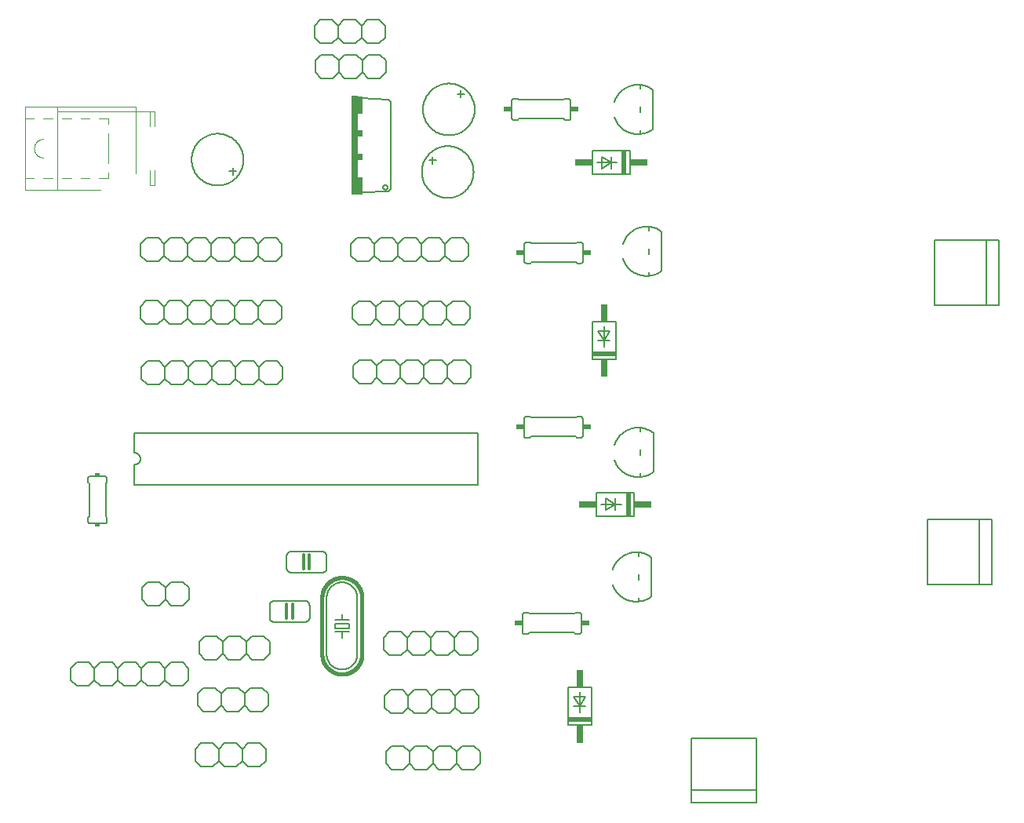
<source format=gto>
G75*
%MOIN*%
%OFA0B0*%
%FSLAX25Y25*%
%IPPOS*%
%LPD*%
%AMOC8*
5,1,8,0,0,1.08239X$1,22.5*
%
%ADD10C,0.00600*%
%ADD11C,0.01200*%
%ADD12R,0.02000X0.01500*%
%ADD13C,0.01600*%
%ADD14C,0.00394*%
%ADD15C,0.00500*%
%ADD16R,0.03400X0.02400*%
%ADD17R,0.10000X0.02000*%
%ADD18R,0.03000X0.07500*%
%ADD19R,0.02000X0.10000*%
%ADD20R,0.07500X0.03000*%
%ADD21R,0.03000X0.42000*%
%ADD22R,0.02000X0.07500*%
%ADD23R,0.02000X0.03000*%
D10*
X0035170Y0066048D02*
X0032670Y0068548D01*
X0032670Y0073548D01*
X0035170Y0076048D01*
X0040170Y0076048D01*
X0042670Y0073548D01*
X0045170Y0076048D01*
X0050170Y0076048D01*
X0052670Y0073548D01*
X0052670Y0068548D01*
X0050170Y0066048D01*
X0045170Y0066048D01*
X0042670Y0068548D01*
X0040170Y0066048D01*
X0035170Y0066048D01*
X0042670Y0068548D02*
X0042670Y0073548D01*
X0052670Y0073548D02*
X0055170Y0076048D01*
X0060170Y0076048D01*
X0062670Y0073548D01*
X0065170Y0076048D01*
X0070170Y0076048D01*
X0072670Y0073548D01*
X0075170Y0076048D01*
X0080170Y0076048D01*
X0082670Y0073548D01*
X0082670Y0068548D01*
X0080170Y0066048D01*
X0075170Y0066048D01*
X0072670Y0068548D01*
X0070170Y0066048D01*
X0065170Y0066048D01*
X0062670Y0068548D01*
X0060170Y0066048D01*
X0055170Y0066048D01*
X0052670Y0068548D01*
X0062670Y0068548D02*
X0062670Y0073548D01*
X0072670Y0073548D02*
X0072670Y0068548D01*
X0086494Y0062621D02*
X0086494Y0057621D01*
X0088994Y0055121D01*
X0093994Y0055121D01*
X0096494Y0057621D01*
X0098994Y0055121D01*
X0103994Y0055121D01*
X0106494Y0057621D01*
X0108994Y0055121D01*
X0113994Y0055121D01*
X0116494Y0057621D01*
X0116494Y0062621D01*
X0113994Y0065121D01*
X0108994Y0065121D01*
X0106494Y0062621D01*
X0106494Y0057621D01*
X0106494Y0062621D02*
X0103994Y0065121D01*
X0098994Y0065121D01*
X0096494Y0062621D01*
X0096494Y0057621D01*
X0096494Y0062621D02*
X0093994Y0065121D01*
X0088994Y0065121D01*
X0086494Y0062621D01*
X0089769Y0077141D02*
X0087269Y0079641D01*
X0087269Y0084641D01*
X0089769Y0087141D01*
X0094769Y0087141D01*
X0097269Y0084641D01*
X0099769Y0087141D01*
X0104769Y0087141D01*
X0107269Y0084641D01*
X0109769Y0087141D01*
X0114769Y0087141D01*
X0117269Y0084641D01*
X0117269Y0079641D01*
X0114769Y0077141D01*
X0109769Y0077141D01*
X0107269Y0079641D01*
X0104769Y0077141D01*
X0099769Y0077141D01*
X0097269Y0079641D01*
X0094769Y0077141D01*
X0089769Y0077141D01*
X0097269Y0079641D02*
X0097269Y0084641D01*
X0107269Y0084641D02*
X0107269Y0079641D01*
X0119170Y0093171D02*
X0132170Y0093171D01*
X0132257Y0093173D01*
X0132344Y0093179D01*
X0132431Y0093188D01*
X0132517Y0093201D01*
X0132603Y0093218D01*
X0132688Y0093239D01*
X0132771Y0093264D01*
X0132854Y0093292D01*
X0132935Y0093323D01*
X0133015Y0093358D01*
X0133093Y0093397D01*
X0133170Y0093439D01*
X0133245Y0093484D01*
X0133317Y0093533D01*
X0133388Y0093584D01*
X0133456Y0093639D01*
X0133521Y0093696D01*
X0133584Y0093757D01*
X0133645Y0093820D01*
X0133702Y0093885D01*
X0133757Y0093953D01*
X0133808Y0094024D01*
X0133857Y0094096D01*
X0133902Y0094171D01*
X0133944Y0094248D01*
X0133983Y0094326D01*
X0134018Y0094406D01*
X0134049Y0094487D01*
X0134077Y0094570D01*
X0134102Y0094653D01*
X0134123Y0094738D01*
X0134140Y0094824D01*
X0134153Y0094910D01*
X0134162Y0094997D01*
X0134168Y0095084D01*
X0134170Y0095171D01*
X0134170Y0100171D01*
X0134168Y0100258D01*
X0134162Y0100345D01*
X0134153Y0100432D01*
X0134140Y0100518D01*
X0134123Y0100604D01*
X0134102Y0100689D01*
X0134077Y0100772D01*
X0134049Y0100855D01*
X0134018Y0100936D01*
X0133983Y0101016D01*
X0133944Y0101094D01*
X0133902Y0101171D01*
X0133857Y0101246D01*
X0133808Y0101318D01*
X0133757Y0101389D01*
X0133702Y0101457D01*
X0133645Y0101522D01*
X0133584Y0101585D01*
X0133521Y0101646D01*
X0133456Y0101703D01*
X0133388Y0101758D01*
X0133317Y0101809D01*
X0133245Y0101858D01*
X0133170Y0101903D01*
X0133093Y0101945D01*
X0133015Y0101984D01*
X0132935Y0102019D01*
X0132854Y0102050D01*
X0132771Y0102078D01*
X0132688Y0102103D01*
X0132603Y0102124D01*
X0132517Y0102141D01*
X0132431Y0102154D01*
X0132344Y0102163D01*
X0132257Y0102169D01*
X0132170Y0102171D01*
X0119170Y0102171D01*
X0119083Y0102169D01*
X0118996Y0102163D01*
X0118909Y0102154D01*
X0118823Y0102141D01*
X0118737Y0102124D01*
X0118652Y0102103D01*
X0118569Y0102078D01*
X0118486Y0102050D01*
X0118405Y0102019D01*
X0118325Y0101984D01*
X0118247Y0101945D01*
X0118170Y0101903D01*
X0118095Y0101858D01*
X0118023Y0101809D01*
X0117952Y0101758D01*
X0117884Y0101703D01*
X0117819Y0101646D01*
X0117756Y0101585D01*
X0117695Y0101522D01*
X0117638Y0101457D01*
X0117583Y0101389D01*
X0117532Y0101318D01*
X0117483Y0101246D01*
X0117438Y0101171D01*
X0117396Y0101094D01*
X0117357Y0101016D01*
X0117322Y0100936D01*
X0117291Y0100855D01*
X0117263Y0100772D01*
X0117238Y0100689D01*
X0117217Y0100604D01*
X0117200Y0100518D01*
X0117187Y0100432D01*
X0117178Y0100345D01*
X0117172Y0100258D01*
X0117170Y0100171D01*
X0117170Y0095171D01*
X0117172Y0095084D01*
X0117178Y0094997D01*
X0117187Y0094910D01*
X0117200Y0094824D01*
X0117217Y0094738D01*
X0117238Y0094653D01*
X0117263Y0094570D01*
X0117291Y0094487D01*
X0117322Y0094406D01*
X0117357Y0094326D01*
X0117396Y0094248D01*
X0117438Y0094171D01*
X0117483Y0094096D01*
X0117532Y0094024D01*
X0117583Y0093953D01*
X0117638Y0093885D01*
X0117695Y0093820D01*
X0117756Y0093757D01*
X0117819Y0093696D01*
X0117884Y0093639D01*
X0117952Y0093584D01*
X0118023Y0093533D01*
X0118095Y0093484D01*
X0118170Y0093439D01*
X0118247Y0093397D01*
X0118325Y0093358D01*
X0118405Y0093323D01*
X0118486Y0093292D01*
X0118569Y0093264D01*
X0118652Y0093239D01*
X0118737Y0093218D01*
X0118823Y0093201D01*
X0118909Y0093188D01*
X0118996Y0093179D01*
X0119083Y0093173D01*
X0119170Y0093171D01*
X0141428Y0103520D02*
X0141428Y0079520D01*
X0141430Y0079360D01*
X0141436Y0079201D01*
X0141446Y0079042D01*
X0141459Y0078883D01*
X0141477Y0078724D01*
X0141498Y0078566D01*
X0141524Y0078409D01*
X0141553Y0078252D01*
X0141586Y0078096D01*
X0141623Y0077941D01*
X0141663Y0077786D01*
X0141708Y0077633D01*
X0141756Y0077481D01*
X0141808Y0077330D01*
X0141864Y0077181D01*
X0141923Y0077033D01*
X0141986Y0076886D01*
X0142052Y0076741D01*
X0142122Y0076598D01*
X0142196Y0076456D01*
X0142272Y0076316D01*
X0142353Y0076178D01*
X0142436Y0076043D01*
X0142523Y0075909D01*
X0142614Y0075777D01*
X0142707Y0075648D01*
X0142804Y0075521D01*
X0142903Y0075396D01*
X0143006Y0075274D01*
X0143112Y0075155D01*
X0143220Y0075038D01*
X0143332Y0074924D01*
X0143446Y0074812D01*
X0143563Y0074704D01*
X0143682Y0074598D01*
X0143804Y0074495D01*
X0143929Y0074396D01*
X0144056Y0074299D01*
X0144185Y0074206D01*
X0144317Y0074115D01*
X0144451Y0074028D01*
X0144586Y0073945D01*
X0144724Y0073864D01*
X0144864Y0073788D01*
X0145006Y0073714D01*
X0145149Y0073644D01*
X0145294Y0073578D01*
X0145441Y0073515D01*
X0145589Y0073456D01*
X0145738Y0073400D01*
X0145889Y0073348D01*
X0146041Y0073300D01*
X0146194Y0073255D01*
X0146349Y0073215D01*
X0146504Y0073178D01*
X0146660Y0073145D01*
X0146817Y0073116D01*
X0146974Y0073090D01*
X0147132Y0073069D01*
X0147291Y0073051D01*
X0147450Y0073038D01*
X0147609Y0073028D01*
X0147768Y0073022D01*
X0147928Y0073020D01*
X0148088Y0073022D01*
X0148247Y0073028D01*
X0148406Y0073038D01*
X0148565Y0073051D01*
X0148724Y0073069D01*
X0148882Y0073090D01*
X0149039Y0073116D01*
X0149196Y0073145D01*
X0149352Y0073178D01*
X0149507Y0073215D01*
X0149662Y0073255D01*
X0149815Y0073300D01*
X0149967Y0073348D01*
X0150118Y0073400D01*
X0150267Y0073456D01*
X0150415Y0073515D01*
X0150562Y0073578D01*
X0150707Y0073644D01*
X0150850Y0073714D01*
X0150992Y0073788D01*
X0151132Y0073864D01*
X0151270Y0073945D01*
X0151405Y0074028D01*
X0151539Y0074115D01*
X0151671Y0074206D01*
X0151800Y0074299D01*
X0151927Y0074396D01*
X0152052Y0074495D01*
X0152174Y0074598D01*
X0152293Y0074704D01*
X0152410Y0074812D01*
X0152524Y0074924D01*
X0152636Y0075038D01*
X0152744Y0075155D01*
X0152850Y0075274D01*
X0152953Y0075396D01*
X0153052Y0075521D01*
X0153149Y0075648D01*
X0153242Y0075777D01*
X0153333Y0075909D01*
X0153420Y0076043D01*
X0153503Y0076178D01*
X0153584Y0076316D01*
X0153660Y0076456D01*
X0153734Y0076598D01*
X0153804Y0076741D01*
X0153870Y0076886D01*
X0153933Y0077033D01*
X0153992Y0077181D01*
X0154048Y0077330D01*
X0154100Y0077481D01*
X0154148Y0077633D01*
X0154193Y0077786D01*
X0154233Y0077941D01*
X0154270Y0078096D01*
X0154303Y0078252D01*
X0154332Y0078409D01*
X0154358Y0078566D01*
X0154379Y0078724D01*
X0154397Y0078883D01*
X0154410Y0079042D01*
X0154420Y0079201D01*
X0154426Y0079360D01*
X0154428Y0079520D01*
X0154428Y0103520D01*
X0154426Y0103680D01*
X0154420Y0103839D01*
X0154410Y0103998D01*
X0154397Y0104157D01*
X0154379Y0104316D01*
X0154358Y0104474D01*
X0154332Y0104631D01*
X0154303Y0104788D01*
X0154270Y0104944D01*
X0154233Y0105099D01*
X0154193Y0105254D01*
X0154148Y0105407D01*
X0154100Y0105559D01*
X0154048Y0105710D01*
X0153992Y0105859D01*
X0153933Y0106007D01*
X0153870Y0106154D01*
X0153804Y0106299D01*
X0153734Y0106442D01*
X0153660Y0106584D01*
X0153584Y0106724D01*
X0153503Y0106862D01*
X0153420Y0106997D01*
X0153333Y0107131D01*
X0153242Y0107263D01*
X0153149Y0107392D01*
X0153052Y0107519D01*
X0152953Y0107644D01*
X0152850Y0107766D01*
X0152744Y0107885D01*
X0152636Y0108002D01*
X0152524Y0108116D01*
X0152410Y0108228D01*
X0152293Y0108336D01*
X0152174Y0108442D01*
X0152052Y0108545D01*
X0151927Y0108644D01*
X0151800Y0108741D01*
X0151671Y0108834D01*
X0151539Y0108925D01*
X0151405Y0109012D01*
X0151270Y0109095D01*
X0151132Y0109176D01*
X0150992Y0109252D01*
X0150850Y0109326D01*
X0150707Y0109396D01*
X0150562Y0109462D01*
X0150415Y0109525D01*
X0150267Y0109584D01*
X0150118Y0109640D01*
X0149967Y0109692D01*
X0149815Y0109740D01*
X0149662Y0109785D01*
X0149507Y0109825D01*
X0149352Y0109862D01*
X0149196Y0109895D01*
X0149039Y0109924D01*
X0148882Y0109950D01*
X0148724Y0109971D01*
X0148565Y0109989D01*
X0148406Y0110002D01*
X0148247Y0110012D01*
X0148088Y0110018D01*
X0147928Y0110020D01*
X0147768Y0110018D01*
X0147609Y0110012D01*
X0147450Y0110002D01*
X0147291Y0109989D01*
X0147132Y0109971D01*
X0146974Y0109950D01*
X0146817Y0109924D01*
X0146660Y0109895D01*
X0146504Y0109862D01*
X0146349Y0109825D01*
X0146194Y0109785D01*
X0146041Y0109740D01*
X0145889Y0109692D01*
X0145738Y0109640D01*
X0145589Y0109584D01*
X0145441Y0109525D01*
X0145294Y0109462D01*
X0145149Y0109396D01*
X0145006Y0109326D01*
X0144864Y0109252D01*
X0144724Y0109176D01*
X0144586Y0109095D01*
X0144451Y0109012D01*
X0144317Y0108925D01*
X0144185Y0108834D01*
X0144056Y0108741D01*
X0143929Y0108644D01*
X0143804Y0108545D01*
X0143682Y0108442D01*
X0143563Y0108336D01*
X0143446Y0108228D01*
X0143332Y0108116D01*
X0143220Y0108002D01*
X0143112Y0107885D01*
X0143006Y0107766D01*
X0142903Y0107644D01*
X0142804Y0107519D01*
X0142707Y0107392D01*
X0142614Y0107263D01*
X0142523Y0107131D01*
X0142436Y0106997D01*
X0142353Y0106862D01*
X0142272Y0106724D01*
X0142196Y0106584D01*
X0142122Y0106442D01*
X0142052Y0106299D01*
X0141986Y0106154D01*
X0141923Y0106007D01*
X0141864Y0105859D01*
X0141808Y0105710D01*
X0141756Y0105559D01*
X0141708Y0105407D01*
X0141663Y0105254D01*
X0141623Y0105099D01*
X0141586Y0104944D01*
X0141553Y0104788D01*
X0141524Y0104631D01*
X0141498Y0104474D01*
X0141477Y0104316D01*
X0141459Y0104157D01*
X0141446Y0103998D01*
X0141436Y0103839D01*
X0141430Y0103680D01*
X0141428Y0103520D01*
X0147928Y0096520D02*
X0147928Y0094020D01*
X0150928Y0094020D01*
X0150928Y0092520D02*
X0150928Y0090520D01*
X0144928Y0090520D01*
X0144928Y0092520D01*
X0150928Y0092520D01*
X0147928Y0094020D02*
X0144928Y0094020D01*
X0144928Y0089020D02*
X0147928Y0089020D01*
X0147928Y0086520D01*
X0147928Y0089020D02*
X0150928Y0089020D01*
X0165572Y0086557D02*
X0165572Y0081557D01*
X0168072Y0079057D01*
X0173072Y0079057D01*
X0175572Y0081557D01*
X0178072Y0079057D01*
X0183072Y0079057D01*
X0185572Y0081557D01*
X0185572Y0086557D01*
X0183072Y0089057D01*
X0178072Y0089057D01*
X0175572Y0086557D01*
X0175572Y0081557D01*
X0175572Y0086557D02*
X0173072Y0089057D01*
X0168072Y0089057D01*
X0165572Y0086557D01*
X0185572Y0086557D02*
X0188072Y0089057D01*
X0193072Y0089057D01*
X0195572Y0086557D01*
X0198072Y0089057D01*
X0203072Y0089057D01*
X0205572Y0086557D01*
X0205572Y0081557D01*
X0203072Y0079057D01*
X0198072Y0079057D01*
X0195572Y0081557D01*
X0193072Y0079057D01*
X0188072Y0079057D01*
X0185572Y0081557D01*
X0195572Y0081557D02*
X0195572Y0086557D01*
X0193639Y0064301D02*
X0188639Y0064301D01*
X0186139Y0061801D01*
X0186139Y0056801D01*
X0188639Y0054301D01*
X0193639Y0054301D01*
X0196139Y0056801D01*
X0196139Y0061801D01*
X0193639Y0064301D01*
X0196139Y0061801D02*
X0198639Y0064301D01*
X0203639Y0064301D01*
X0206139Y0061801D01*
X0206139Y0056801D01*
X0203639Y0054301D01*
X0198639Y0054301D01*
X0196139Y0056801D01*
X0186139Y0056801D02*
X0183639Y0054301D01*
X0178639Y0054301D01*
X0176139Y0056801D01*
X0173639Y0054301D01*
X0168639Y0054301D01*
X0166139Y0056801D01*
X0166139Y0061801D01*
X0168639Y0064301D01*
X0173639Y0064301D01*
X0176139Y0061801D01*
X0178639Y0064301D01*
X0183639Y0064301D01*
X0186139Y0061801D01*
X0176139Y0061801D02*
X0176139Y0056801D01*
X0174130Y0040523D02*
X0169130Y0040523D01*
X0166630Y0038023D01*
X0166630Y0033023D01*
X0169130Y0030523D01*
X0174130Y0030523D01*
X0176630Y0033023D01*
X0176630Y0038023D01*
X0174130Y0040523D01*
X0176630Y0038023D02*
X0179130Y0040523D01*
X0184130Y0040523D01*
X0186630Y0038023D01*
X0189130Y0040523D01*
X0194130Y0040523D01*
X0196630Y0038023D01*
X0199130Y0040523D01*
X0204130Y0040523D01*
X0206630Y0038023D01*
X0206630Y0033023D01*
X0204130Y0030523D01*
X0199130Y0030523D01*
X0196630Y0033023D01*
X0194130Y0030523D01*
X0189130Y0030523D01*
X0186630Y0033023D01*
X0186630Y0038023D01*
X0186630Y0033023D02*
X0184130Y0030523D01*
X0179130Y0030523D01*
X0176630Y0033023D01*
X0196630Y0033023D02*
X0196630Y0038023D01*
X0243847Y0049282D02*
X0253847Y0049282D01*
X0253847Y0065282D01*
X0243847Y0065282D01*
X0243847Y0049282D01*
X0248847Y0054782D02*
X0248847Y0057282D01*
X0251347Y0057282D01*
X0248847Y0057282D02*
X0246347Y0061282D01*
X0251347Y0061282D01*
X0248847Y0057282D01*
X0246347Y0057282D01*
X0248847Y0057282D02*
X0248847Y0063282D01*
X0248592Y0088130D02*
X0247092Y0088130D01*
X0246592Y0088630D01*
X0227592Y0088630D01*
X0227092Y0088130D01*
X0225592Y0088130D01*
X0225532Y0088132D01*
X0225471Y0088137D01*
X0225412Y0088146D01*
X0225353Y0088159D01*
X0225294Y0088175D01*
X0225237Y0088195D01*
X0225182Y0088218D01*
X0225127Y0088245D01*
X0225075Y0088274D01*
X0225024Y0088307D01*
X0224975Y0088343D01*
X0224929Y0088381D01*
X0224885Y0088423D01*
X0224843Y0088467D01*
X0224805Y0088513D01*
X0224769Y0088562D01*
X0224736Y0088613D01*
X0224707Y0088665D01*
X0224680Y0088720D01*
X0224657Y0088775D01*
X0224637Y0088832D01*
X0224621Y0088891D01*
X0224608Y0088950D01*
X0224599Y0089009D01*
X0224594Y0089070D01*
X0224592Y0089130D01*
X0224592Y0096130D01*
X0224594Y0096190D01*
X0224599Y0096251D01*
X0224608Y0096310D01*
X0224621Y0096369D01*
X0224637Y0096428D01*
X0224657Y0096485D01*
X0224680Y0096540D01*
X0224707Y0096595D01*
X0224736Y0096647D01*
X0224769Y0096698D01*
X0224805Y0096747D01*
X0224843Y0096793D01*
X0224885Y0096837D01*
X0224929Y0096879D01*
X0224975Y0096917D01*
X0225024Y0096953D01*
X0225075Y0096986D01*
X0225127Y0097015D01*
X0225182Y0097042D01*
X0225237Y0097065D01*
X0225294Y0097085D01*
X0225353Y0097101D01*
X0225412Y0097114D01*
X0225471Y0097123D01*
X0225532Y0097128D01*
X0225592Y0097130D01*
X0227092Y0097130D01*
X0227592Y0096630D01*
X0246592Y0096630D01*
X0247092Y0097130D01*
X0248592Y0097130D01*
X0248652Y0097128D01*
X0248713Y0097123D01*
X0248772Y0097114D01*
X0248831Y0097101D01*
X0248890Y0097085D01*
X0248947Y0097065D01*
X0249002Y0097042D01*
X0249057Y0097015D01*
X0249109Y0096986D01*
X0249160Y0096953D01*
X0249209Y0096917D01*
X0249255Y0096879D01*
X0249299Y0096837D01*
X0249341Y0096793D01*
X0249379Y0096747D01*
X0249415Y0096698D01*
X0249448Y0096647D01*
X0249477Y0096595D01*
X0249504Y0096540D01*
X0249527Y0096485D01*
X0249547Y0096428D01*
X0249563Y0096369D01*
X0249576Y0096310D01*
X0249585Y0096251D01*
X0249590Y0096190D01*
X0249592Y0096130D01*
X0249592Y0089130D01*
X0249590Y0089070D01*
X0249585Y0089009D01*
X0249576Y0088950D01*
X0249563Y0088891D01*
X0249547Y0088832D01*
X0249527Y0088775D01*
X0249504Y0088720D01*
X0249477Y0088665D01*
X0249448Y0088613D01*
X0249415Y0088562D01*
X0249379Y0088513D01*
X0249341Y0088467D01*
X0249299Y0088423D01*
X0249255Y0088381D01*
X0249209Y0088343D01*
X0249160Y0088307D01*
X0249109Y0088274D01*
X0249057Y0088245D01*
X0249002Y0088218D01*
X0248947Y0088195D01*
X0248890Y0088175D01*
X0248831Y0088159D01*
X0248772Y0088146D01*
X0248713Y0088137D01*
X0248652Y0088132D01*
X0248592Y0088130D01*
X0256024Y0138184D02*
X0272024Y0138184D01*
X0272024Y0148184D01*
X0256024Y0148184D01*
X0256024Y0138184D01*
X0260024Y0140684D02*
X0264024Y0143184D01*
X0264024Y0145684D01*
X0264024Y0143184D02*
X0264024Y0140684D01*
X0264024Y0143184D02*
X0260024Y0145684D01*
X0260024Y0140684D01*
X0258024Y0143184D02*
X0264024Y0143184D01*
X0266524Y0143184D01*
X0249195Y0171479D02*
X0247695Y0171479D01*
X0247195Y0171979D01*
X0228195Y0171979D01*
X0227695Y0171479D01*
X0226195Y0171479D01*
X0226135Y0171481D01*
X0226074Y0171486D01*
X0226015Y0171495D01*
X0225956Y0171508D01*
X0225897Y0171524D01*
X0225840Y0171544D01*
X0225785Y0171567D01*
X0225730Y0171594D01*
X0225678Y0171623D01*
X0225627Y0171656D01*
X0225578Y0171692D01*
X0225532Y0171730D01*
X0225488Y0171772D01*
X0225446Y0171816D01*
X0225408Y0171862D01*
X0225372Y0171911D01*
X0225339Y0171962D01*
X0225310Y0172014D01*
X0225283Y0172069D01*
X0225260Y0172124D01*
X0225240Y0172181D01*
X0225224Y0172240D01*
X0225211Y0172299D01*
X0225202Y0172358D01*
X0225197Y0172419D01*
X0225195Y0172479D01*
X0225195Y0179479D01*
X0225197Y0179539D01*
X0225202Y0179600D01*
X0225211Y0179659D01*
X0225224Y0179718D01*
X0225240Y0179777D01*
X0225260Y0179834D01*
X0225283Y0179889D01*
X0225310Y0179944D01*
X0225339Y0179996D01*
X0225372Y0180047D01*
X0225408Y0180096D01*
X0225446Y0180142D01*
X0225488Y0180186D01*
X0225532Y0180228D01*
X0225578Y0180266D01*
X0225627Y0180302D01*
X0225678Y0180335D01*
X0225730Y0180364D01*
X0225785Y0180391D01*
X0225840Y0180414D01*
X0225897Y0180434D01*
X0225956Y0180450D01*
X0226015Y0180463D01*
X0226074Y0180472D01*
X0226135Y0180477D01*
X0226195Y0180479D01*
X0227695Y0180479D01*
X0228195Y0179979D01*
X0247195Y0179979D01*
X0247695Y0180479D01*
X0249195Y0180479D01*
X0249255Y0180477D01*
X0249316Y0180472D01*
X0249375Y0180463D01*
X0249434Y0180450D01*
X0249493Y0180434D01*
X0249550Y0180414D01*
X0249605Y0180391D01*
X0249660Y0180364D01*
X0249712Y0180335D01*
X0249763Y0180302D01*
X0249812Y0180266D01*
X0249858Y0180228D01*
X0249902Y0180186D01*
X0249944Y0180142D01*
X0249982Y0180096D01*
X0250018Y0180047D01*
X0250051Y0179996D01*
X0250080Y0179944D01*
X0250107Y0179889D01*
X0250130Y0179834D01*
X0250150Y0179777D01*
X0250166Y0179718D01*
X0250179Y0179659D01*
X0250188Y0179600D01*
X0250193Y0179539D01*
X0250195Y0179479D01*
X0250195Y0172479D01*
X0250193Y0172419D01*
X0250188Y0172358D01*
X0250179Y0172299D01*
X0250166Y0172240D01*
X0250150Y0172181D01*
X0250130Y0172124D01*
X0250107Y0172069D01*
X0250080Y0172014D01*
X0250051Y0171962D01*
X0250018Y0171911D01*
X0249982Y0171862D01*
X0249944Y0171816D01*
X0249902Y0171772D01*
X0249858Y0171730D01*
X0249812Y0171692D01*
X0249763Y0171656D01*
X0249712Y0171623D01*
X0249660Y0171594D01*
X0249605Y0171567D01*
X0249550Y0171544D01*
X0249493Y0171524D01*
X0249434Y0171508D01*
X0249375Y0171495D01*
X0249316Y0171486D01*
X0249255Y0171481D01*
X0249195Y0171479D01*
X0254304Y0204702D02*
X0264304Y0204702D01*
X0264304Y0220702D01*
X0254304Y0220702D01*
X0254304Y0204702D01*
X0259304Y0210202D02*
X0259304Y0212702D01*
X0261804Y0212702D01*
X0259304Y0212702D02*
X0256804Y0212702D01*
X0259304Y0212702D02*
X0256804Y0216702D01*
X0261804Y0216702D01*
X0259304Y0212702D01*
X0259304Y0218702D01*
X0249338Y0245570D02*
X0247838Y0245570D01*
X0247338Y0246070D01*
X0228338Y0246070D01*
X0227838Y0245570D01*
X0226338Y0245570D01*
X0226278Y0245572D01*
X0226217Y0245577D01*
X0226158Y0245586D01*
X0226099Y0245599D01*
X0226040Y0245615D01*
X0225983Y0245635D01*
X0225928Y0245658D01*
X0225873Y0245685D01*
X0225821Y0245714D01*
X0225770Y0245747D01*
X0225721Y0245783D01*
X0225675Y0245821D01*
X0225631Y0245863D01*
X0225589Y0245907D01*
X0225551Y0245953D01*
X0225515Y0246002D01*
X0225482Y0246053D01*
X0225453Y0246105D01*
X0225426Y0246160D01*
X0225403Y0246215D01*
X0225383Y0246272D01*
X0225367Y0246331D01*
X0225354Y0246390D01*
X0225345Y0246449D01*
X0225340Y0246510D01*
X0225338Y0246570D01*
X0225338Y0253570D01*
X0225340Y0253630D01*
X0225345Y0253691D01*
X0225354Y0253750D01*
X0225367Y0253809D01*
X0225383Y0253868D01*
X0225403Y0253925D01*
X0225426Y0253980D01*
X0225453Y0254035D01*
X0225482Y0254087D01*
X0225515Y0254138D01*
X0225551Y0254187D01*
X0225589Y0254233D01*
X0225631Y0254277D01*
X0225675Y0254319D01*
X0225721Y0254357D01*
X0225770Y0254393D01*
X0225821Y0254426D01*
X0225873Y0254455D01*
X0225928Y0254482D01*
X0225983Y0254505D01*
X0226040Y0254525D01*
X0226099Y0254541D01*
X0226158Y0254554D01*
X0226217Y0254563D01*
X0226278Y0254568D01*
X0226338Y0254570D01*
X0227838Y0254570D01*
X0228338Y0254070D01*
X0247338Y0254070D01*
X0247838Y0254570D01*
X0249338Y0254570D01*
X0249398Y0254568D01*
X0249459Y0254563D01*
X0249518Y0254554D01*
X0249577Y0254541D01*
X0249636Y0254525D01*
X0249693Y0254505D01*
X0249748Y0254482D01*
X0249803Y0254455D01*
X0249855Y0254426D01*
X0249906Y0254393D01*
X0249955Y0254357D01*
X0250001Y0254319D01*
X0250045Y0254277D01*
X0250087Y0254233D01*
X0250125Y0254187D01*
X0250161Y0254138D01*
X0250194Y0254087D01*
X0250223Y0254035D01*
X0250250Y0253980D01*
X0250273Y0253925D01*
X0250293Y0253868D01*
X0250309Y0253809D01*
X0250322Y0253750D01*
X0250331Y0253691D01*
X0250336Y0253630D01*
X0250338Y0253570D01*
X0250338Y0246570D01*
X0250336Y0246510D01*
X0250331Y0246449D01*
X0250322Y0246390D01*
X0250309Y0246331D01*
X0250293Y0246272D01*
X0250273Y0246215D01*
X0250250Y0246160D01*
X0250223Y0246105D01*
X0250194Y0246053D01*
X0250161Y0246002D01*
X0250125Y0245953D01*
X0250087Y0245907D01*
X0250045Y0245863D01*
X0250001Y0245821D01*
X0249955Y0245783D01*
X0249906Y0245747D01*
X0249855Y0245714D01*
X0249803Y0245685D01*
X0249748Y0245658D01*
X0249693Y0245635D01*
X0249636Y0245615D01*
X0249577Y0245599D01*
X0249518Y0245586D01*
X0249459Y0245577D01*
X0249398Y0245572D01*
X0249338Y0245570D01*
X0254245Y0283367D02*
X0270245Y0283367D01*
X0270245Y0293367D01*
X0254245Y0293367D01*
X0254245Y0283367D01*
X0258245Y0285867D02*
X0262245Y0288367D01*
X0262245Y0290867D01*
X0262245Y0288367D02*
X0256245Y0288367D01*
X0258245Y0285867D02*
X0258245Y0290867D01*
X0262245Y0288367D01*
X0262245Y0285867D01*
X0262245Y0288367D02*
X0264745Y0288367D01*
X0245022Y0307434D02*
X0245022Y0314434D01*
X0245020Y0314494D01*
X0245015Y0314555D01*
X0245006Y0314614D01*
X0244993Y0314673D01*
X0244977Y0314732D01*
X0244957Y0314789D01*
X0244934Y0314844D01*
X0244907Y0314899D01*
X0244878Y0314951D01*
X0244845Y0315002D01*
X0244809Y0315051D01*
X0244771Y0315097D01*
X0244729Y0315141D01*
X0244685Y0315183D01*
X0244639Y0315221D01*
X0244590Y0315257D01*
X0244539Y0315290D01*
X0244487Y0315319D01*
X0244432Y0315346D01*
X0244377Y0315369D01*
X0244320Y0315389D01*
X0244261Y0315405D01*
X0244202Y0315418D01*
X0244143Y0315427D01*
X0244082Y0315432D01*
X0244022Y0315434D01*
X0242522Y0315434D01*
X0242022Y0314934D01*
X0223022Y0314934D01*
X0222522Y0315434D01*
X0221022Y0315434D01*
X0220962Y0315432D01*
X0220901Y0315427D01*
X0220842Y0315418D01*
X0220783Y0315405D01*
X0220724Y0315389D01*
X0220667Y0315369D01*
X0220612Y0315346D01*
X0220557Y0315319D01*
X0220505Y0315290D01*
X0220454Y0315257D01*
X0220405Y0315221D01*
X0220359Y0315183D01*
X0220315Y0315141D01*
X0220273Y0315097D01*
X0220235Y0315051D01*
X0220199Y0315002D01*
X0220166Y0314951D01*
X0220137Y0314899D01*
X0220110Y0314844D01*
X0220087Y0314789D01*
X0220067Y0314732D01*
X0220051Y0314673D01*
X0220038Y0314614D01*
X0220029Y0314555D01*
X0220024Y0314494D01*
X0220022Y0314434D01*
X0220022Y0307434D01*
X0220024Y0307374D01*
X0220029Y0307313D01*
X0220038Y0307254D01*
X0220051Y0307195D01*
X0220067Y0307136D01*
X0220087Y0307079D01*
X0220110Y0307024D01*
X0220137Y0306969D01*
X0220166Y0306917D01*
X0220199Y0306866D01*
X0220235Y0306817D01*
X0220273Y0306771D01*
X0220315Y0306727D01*
X0220359Y0306685D01*
X0220405Y0306647D01*
X0220454Y0306611D01*
X0220505Y0306578D01*
X0220557Y0306549D01*
X0220612Y0306522D01*
X0220667Y0306499D01*
X0220724Y0306479D01*
X0220783Y0306463D01*
X0220842Y0306450D01*
X0220901Y0306441D01*
X0220962Y0306436D01*
X0221022Y0306434D01*
X0222522Y0306434D01*
X0223022Y0306934D01*
X0242022Y0306934D01*
X0242522Y0306434D01*
X0244022Y0306434D01*
X0244082Y0306436D01*
X0244143Y0306441D01*
X0244202Y0306450D01*
X0244261Y0306463D01*
X0244320Y0306479D01*
X0244377Y0306499D01*
X0244432Y0306522D01*
X0244487Y0306549D01*
X0244539Y0306578D01*
X0244590Y0306611D01*
X0244639Y0306647D01*
X0244685Y0306685D01*
X0244729Y0306727D01*
X0244771Y0306771D01*
X0244809Y0306817D01*
X0244845Y0306866D01*
X0244878Y0306917D01*
X0244907Y0306969D01*
X0244934Y0307024D01*
X0244957Y0307079D01*
X0244977Y0307136D01*
X0244993Y0307195D01*
X0245006Y0307254D01*
X0245015Y0307313D01*
X0245020Y0307374D01*
X0245022Y0307434D01*
X0199821Y0317428D02*
X0198321Y0317428D01*
X0198321Y0315928D01*
X0198321Y0317428D02*
X0196821Y0317428D01*
X0198321Y0317428D02*
X0198321Y0318928D01*
X0182321Y0310928D02*
X0182324Y0311198D01*
X0182334Y0311468D01*
X0182351Y0311737D01*
X0182374Y0312006D01*
X0182404Y0312275D01*
X0182440Y0312542D01*
X0182483Y0312809D01*
X0182532Y0313074D01*
X0182588Y0313338D01*
X0182651Y0313601D01*
X0182719Y0313862D01*
X0182795Y0314121D01*
X0182876Y0314378D01*
X0182964Y0314634D01*
X0183058Y0314887D01*
X0183158Y0315138D01*
X0183265Y0315386D01*
X0183377Y0315631D01*
X0183496Y0315874D01*
X0183620Y0316113D01*
X0183750Y0316350D01*
X0183886Y0316583D01*
X0184028Y0316813D01*
X0184175Y0317039D01*
X0184328Y0317262D01*
X0184486Y0317481D01*
X0184649Y0317696D01*
X0184818Y0317906D01*
X0184992Y0318113D01*
X0185171Y0318315D01*
X0185354Y0318513D01*
X0185543Y0318706D01*
X0185736Y0318895D01*
X0185934Y0319078D01*
X0186136Y0319257D01*
X0186343Y0319431D01*
X0186553Y0319600D01*
X0186768Y0319763D01*
X0186987Y0319921D01*
X0187210Y0320074D01*
X0187436Y0320221D01*
X0187666Y0320363D01*
X0187899Y0320499D01*
X0188136Y0320629D01*
X0188375Y0320753D01*
X0188618Y0320872D01*
X0188863Y0320984D01*
X0189111Y0321091D01*
X0189362Y0321191D01*
X0189615Y0321285D01*
X0189871Y0321373D01*
X0190128Y0321454D01*
X0190387Y0321530D01*
X0190648Y0321598D01*
X0190911Y0321661D01*
X0191175Y0321717D01*
X0191440Y0321766D01*
X0191707Y0321809D01*
X0191974Y0321845D01*
X0192243Y0321875D01*
X0192512Y0321898D01*
X0192781Y0321915D01*
X0193051Y0321925D01*
X0193321Y0321928D01*
X0193591Y0321925D01*
X0193861Y0321915D01*
X0194130Y0321898D01*
X0194399Y0321875D01*
X0194668Y0321845D01*
X0194935Y0321809D01*
X0195202Y0321766D01*
X0195467Y0321717D01*
X0195731Y0321661D01*
X0195994Y0321598D01*
X0196255Y0321530D01*
X0196514Y0321454D01*
X0196771Y0321373D01*
X0197027Y0321285D01*
X0197280Y0321191D01*
X0197531Y0321091D01*
X0197779Y0320984D01*
X0198024Y0320872D01*
X0198267Y0320753D01*
X0198506Y0320629D01*
X0198743Y0320499D01*
X0198976Y0320363D01*
X0199206Y0320221D01*
X0199432Y0320074D01*
X0199655Y0319921D01*
X0199874Y0319763D01*
X0200089Y0319600D01*
X0200299Y0319431D01*
X0200506Y0319257D01*
X0200708Y0319078D01*
X0200906Y0318895D01*
X0201099Y0318706D01*
X0201288Y0318513D01*
X0201471Y0318315D01*
X0201650Y0318113D01*
X0201824Y0317906D01*
X0201993Y0317696D01*
X0202156Y0317481D01*
X0202314Y0317262D01*
X0202467Y0317039D01*
X0202614Y0316813D01*
X0202756Y0316583D01*
X0202892Y0316350D01*
X0203022Y0316113D01*
X0203146Y0315874D01*
X0203265Y0315631D01*
X0203377Y0315386D01*
X0203484Y0315138D01*
X0203584Y0314887D01*
X0203678Y0314634D01*
X0203766Y0314378D01*
X0203847Y0314121D01*
X0203923Y0313862D01*
X0203991Y0313601D01*
X0204054Y0313338D01*
X0204110Y0313074D01*
X0204159Y0312809D01*
X0204202Y0312542D01*
X0204238Y0312275D01*
X0204268Y0312006D01*
X0204291Y0311737D01*
X0204308Y0311468D01*
X0204318Y0311198D01*
X0204321Y0310928D01*
X0204318Y0310658D01*
X0204308Y0310388D01*
X0204291Y0310119D01*
X0204268Y0309850D01*
X0204238Y0309581D01*
X0204202Y0309314D01*
X0204159Y0309047D01*
X0204110Y0308782D01*
X0204054Y0308518D01*
X0203991Y0308255D01*
X0203923Y0307994D01*
X0203847Y0307735D01*
X0203766Y0307478D01*
X0203678Y0307222D01*
X0203584Y0306969D01*
X0203484Y0306718D01*
X0203377Y0306470D01*
X0203265Y0306225D01*
X0203146Y0305982D01*
X0203022Y0305743D01*
X0202892Y0305506D01*
X0202756Y0305273D01*
X0202614Y0305043D01*
X0202467Y0304817D01*
X0202314Y0304594D01*
X0202156Y0304375D01*
X0201993Y0304160D01*
X0201824Y0303950D01*
X0201650Y0303743D01*
X0201471Y0303541D01*
X0201288Y0303343D01*
X0201099Y0303150D01*
X0200906Y0302961D01*
X0200708Y0302778D01*
X0200506Y0302599D01*
X0200299Y0302425D01*
X0200089Y0302256D01*
X0199874Y0302093D01*
X0199655Y0301935D01*
X0199432Y0301782D01*
X0199206Y0301635D01*
X0198976Y0301493D01*
X0198743Y0301357D01*
X0198506Y0301227D01*
X0198267Y0301103D01*
X0198024Y0300984D01*
X0197779Y0300872D01*
X0197531Y0300765D01*
X0197280Y0300665D01*
X0197027Y0300571D01*
X0196771Y0300483D01*
X0196514Y0300402D01*
X0196255Y0300326D01*
X0195994Y0300258D01*
X0195731Y0300195D01*
X0195467Y0300139D01*
X0195202Y0300090D01*
X0194935Y0300047D01*
X0194668Y0300011D01*
X0194399Y0299981D01*
X0194130Y0299958D01*
X0193861Y0299941D01*
X0193591Y0299931D01*
X0193321Y0299928D01*
X0193051Y0299931D01*
X0192781Y0299941D01*
X0192512Y0299958D01*
X0192243Y0299981D01*
X0191974Y0300011D01*
X0191707Y0300047D01*
X0191440Y0300090D01*
X0191175Y0300139D01*
X0190911Y0300195D01*
X0190648Y0300258D01*
X0190387Y0300326D01*
X0190128Y0300402D01*
X0189871Y0300483D01*
X0189615Y0300571D01*
X0189362Y0300665D01*
X0189111Y0300765D01*
X0188863Y0300872D01*
X0188618Y0300984D01*
X0188375Y0301103D01*
X0188136Y0301227D01*
X0187899Y0301357D01*
X0187666Y0301493D01*
X0187436Y0301635D01*
X0187210Y0301782D01*
X0186987Y0301935D01*
X0186768Y0302093D01*
X0186553Y0302256D01*
X0186343Y0302425D01*
X0186136Y0302599D01*
X0185934Y0302778D01*
X0185736Y0302961D01*
X0185543Y0303150D01*
X0185354Y0303343D01*
X0185171Y0303541D01*
X0184992Y0303743D01*
X0184818Y0303950D01*
X0184649Y0304160D01*
X0184486Y0304375D01*
X0184328Y0304594D01*
X0184175Y0304817D01*
X0184028Y0305043D01*
X0183886Y0305273D01*
X0183750Y0305506D01*
X0183620Y0305743D01*
X0183496Y0305982D01*
X0183377Y0306225D01*
X0183265Y0306470D01*
X0183158Y0306718D01*
X0183058Y0306969D01*
X0182964Y0307222D01*
X0182876Y0307478D01*
X0182795Y0307735D01*
X0182719Y0307994D01*
X0182651Y0308255D01*
X0182588Y0308518D01*
X0182532Y0308782D01*
X0182483Y0309047D01*
X0182440Y0309314D01*
X0182404Y0309581D01*
X0182374Y0309850D01*
X0182351Y0310119D01*
X0182334Y0310388D01*
X0182324Y0310658D01*
X0182321Y0310928D01*
X0166557Y0326609D02*
X0164057Y0324109D01*
X0159057Y0324109D01*
X0156557Y0326609D01*
X0154057Y0324109D01*
X0149057Y0324109D01*
X0146557Y0326609D01*
X0144057Y0324109D01*
X0139057Y0324109D01*
X0136557Y0326609D01*
X0136557Y0331609D01*
X0139057Y0334109D01*
X0144057Y0334109D01*
X0146557Y0331609D01*
X0149057Y0334109D01*
X0154057Y0334109D01*
X0156557Y0331609D01*
X0159057Y0334109D01*
X0164057Y0334109D01*
X0166557Y0331609D01*
X0166557Y0326609D01*
X0156557Y0326609D02*
X0156557Y0331609D01*
X0158782Y0338997D02*
X0156282Y0341497D01*
X0153782Y0338997D01*
X0148782Y0338997D01*
X0146282Y0341497D01*
X0143782Y0338997D01*
X0138782Y0338997D01*
X0136282Y0341497D01*
X0136282Y0346497D01*
X0138782Y0348997D01*
X0143782Y0348997D01*
X0146282Y0346497D01*
X0148782Y0348997D01*
X0153782Y0348997D01*
X0156282Y0346497D01*
X0158782Y0348997D01*
X0163782Y0348997D01*
X0166282Y0346497D01*
X0166282Y0341497D01*
X0163782Y0338997D01*
X0158782Y0338997D01*
X0156282Y0341497D02*
X0156282Y0346497D01*
X0146282Y0346497D02*
X0146282Y0341497D01*
X0146557Y0331609D02*
X0146557Y0326609D01*
X0184823Y0289363D02*
X0186323Y0289363D01*
X0186323Y0290863D01*
X0186323Y0289363D02*
X0187823Y0289363D01*
X0186323Y0289363D02*
X0186323Y0287863D01*
X0181823Y0284363D02*
X0181826Y0284633D01*
X0181836Y0284903D01*
X0181853Y0285172D01*
X0181876Y0285441D01*
X0181906Y0285710D01*
X0181942Y0285977D01*
X0181985Y0286244D01*
X0182034Y0286509D01*
X0182090Y0286773D01*
X0182153Y0287036D01*
X0182221Y0287297D01*
X0182297Y0287556D01*
X0182378Y0287813D01*
X0182466Y0288069D01*
X0182560Y0288322D01*
X0182660Y0288573D01*
X0182767Y0288821D01*
X0182879Y0289066D01*
X0182998Y0289309D01*
X0183122Y0289548D01*
X0183252Y0289785D01*
X0183388Y0290018D01*
X0183530Y0290248D01*
X0183677Y0290474D01*
X0183830Y0290697D01*
X0183988Y0290916D01*
X0184151Y0291131D01*
X0184320Y0291341D01*
X0184494Y0291548D01*
X0184673Y0291750D01*
X0184856Y0291948D01*
X0185045Y0292141D01*
X0185238Y0292330D01*
X0185436Y0292513D01*
X0185638Y0292692D01*
X0185845Y0292866D01*
X0186055Y0293035D01*
X0186270Y0293198D01*
X0186489Y0293356D01*
X0186712Y0293509D01*
X0186938Y0293656D01*
X0187168Y0293798D01*
X0187401Y0293934D01*
X0187638Y0294064D01*
X0187877Y0294188D01*
X0188120Y0294307D01*
X0188365Y0294419D01*
X0188613Y0294526D01*
X0188864Y0294626D01*
X0189117Y0294720D01*
X0189373Y0294808D01*
X0189630Y0294889D01*
X0189889Y0294965D01*
X0190150Y0295033D01*
X0190413Y0295096D01*
X0190677Y0295152D01*
X0190942Y0295201D01*
X0191209Y0295244D01*
X0191476Y0295280D01*
X0191745Y0295310D01*
X0192014Y0295333D01*
X0192283Y0295350D01*
X0192553Y0295360D01*
X0192823Y0295363D01*
X0193093Y0295360D01*
X0193363Y0295350D01*
X0193632Y0295333D01*
X0193901Y0295310D01*
X0194170Y0295280D01*
X0194437Y0295244D01*
X0194704Y0295201D01*
X0194969Y0295152D01*
X0195233Y0295096D01*
X0195496Y0295033D01*
X0195757Y0294965D01*
X0196016Y0294889D01*
X0196273Y0294808D01*
X0196529Y0294720D01*
X0196782Y0294626D01*
X0197033Y0294526D01*
X0197281Y0294419D01*
X0197526Y0294307D01*
X0197769Y0294188D01*
X0198008Y0294064D01*
X0198245Y0293934D01*
X0198478Y0293798D01*
X0198708Y0293656D01*
X0198934Y0293509D01*
X0199157Y0293356D01*
X0199376Y0293198D01*
X0199591Y0293035D01*
X0199801Y0292866D01*
X0200008Y0292692D01*
X0200210Y0292513D01*
X0200408Y0292330D01*
X0200601Y0292141D01*
X0200790Y0291948D01*
X0200973Y0291750D01*
X0201152Y0291548D01*
X0201326Y0291341D01*
X0201495Y0291131D01*
X0201658Y0290916D01*
X0201816Y0290697D01*
X0201969Y0290474D01*
X0202116Y0290248D01*
X0202258Y0290018D01*
X0202394Y0289785D01*
X0202524Y0289548D01*
X0202648Y0289309D01*
X0202767Y0289066D01*
X0202879Y0288821D01*
X0202986Y0288573D01*
X0203086Y0288322D01*
X0203180Y0288069D01*
X0203268Y0287813D01*
X0203349Y0287556D01*
X0203425Y0287297D01*
X0203493Y0287036D01*
X0203556Y0286773D01*
X0203612Y0286509D01*
X0203661Y0286244D01*
X0203704Y0285977D01*
X0203740Y0285710D01*
X0203770Y0285441D01*
X0203793Y0285172D01*
X0203810Y0284903D01*
X0203820Y0284633D01*
X0203823Y0284363D01*
X0203820Y0284093D01*
X0203810Y0283823D01*
X0203793Y0283554D01*
X0203770Y0283285D01*
X0203740Y0283016D01*
X0203704Y0282749D01*
X0203661Y0282482D01*
X0203612Y0282217D01*
X0203556Y0281953D01*
X0203493Y0281690D01*
X0203425Y0281429D01*
X0203349Y0281170D01*
X0203268Y0280913D01*
X0203180Y0280657D01*
X0203086Y0280404D01*
X0202986Y0280153D01*
X0202879Y0279905D01*
X0202767Y0279660D01*
X0202648Y0279417D01*
X0202524Y0279178D01*
X0202394Y0278941D01*
X0202258Y0278708D01*
X0202116Y0278478D01*
X0201969Y0278252D01*
X0201816Y0278029D01*
X0201658Y0277810D01*
X0201495Y0277595D01*
X0201326Y0277385D01*
X0201152Y0277178D01*
X0200973Y0276976D01*
X0200790Y0276778D01*
X0200601Y0276585D01*
X0200408Y0276396D01*
X0200210Y0276213D01*
X0200008Y0276034D01*
X0199801Y0275860D01*
X0199591Y0275691D01*
X0199376Y0275528D01*
X0199157Y0275370D01*
X0198934Y0275217D01*
X0198708Y0275070D01*
X0198478Y0274928D01*
X0198245Y0274792D01*
X0198008Y0274662D01*
X0197769Y0274538D01*
X0197526Y0274419D01*
X0197281Y0274307D01*
X0197033Y0274200D01*
X0196782Y0274100D01*
X0196529Y0274006D01*
X0196273Y0273918D01*
X0196016Y0273837D01*
X0195757Y0273761D01*
X0195496Y0273693D01*
X0195233Y0273630D01*
X0194969Y0273574D01*
X0194704Y0273525D01*
X0194437Y0273482D01*
X0194170Y0273446D01*
X0193901Y0273416D01*
X0193632Y0273393D01*
X0193363Y0273376D01*
X0193093Y0273366D01*
X0192823Y0273363D01*
X0192553Y0273366D01*
X0192283Y0273376D01*
X0192014Y0273393D01*
X0191745Y0273416D01*
X0191476Y0273446D01*
X0191209Y0273482D01*
X0190942Y0273525D01*
X0190677Y0273574D01*
X0190413Y0273630D01*
X0190150Y0273693D01*
X0189889Y0273761D01*
X0189630Y0273837D01*
X0189373Y0273918D01*
X0189117Y0274006D01*
X0188864Y0274100D01*
X0188613Y0274200D01*
X0188365Y0274307D01*
X0188120Y0274419D01*
X0187877Y0274538D01*
X0187638Y0274662D01*
X0187401Y0274792D01*
X0187168Y0274928D01*
X0186938Y0275070D01*
X0186712Y0275217D01*
X0186489Y0275370D01*
X0186270Y0275528D01*
X0186055Y0275691D01*
X0185845Y0275860D01*
X0185638Y0276034D01*
X0185436Y0276213D01*
X0185238Y0276396D01*
X0185045Y0276585D01*
X0184856Y0276778D01*
X0184673Y0276976D01*
X0184494Y0277178D01*
X0184320Y0277385D01*
X0184151Y0277595D01*
X0183988Y0277810D01*
X0183830Y0278029D01*
X0183677Y0278252D01*
X0183530Y0278478D01*
X0183388Y0278708D01*
X0183252Y0278941D01*
X0183122Y0279178D01*
X0182998Y0279417D01*
X0182879Y0279660D01*
X0182767Y0279905D01*
X0182660Y0280153D01*
X0182560Y0280404D01*
X0182466Y0280657D01*
X0182378Y0280913D01*
X0182297Y0281170D01*
X0182221Y0281429D01*
X0182153Y0281690D01*
X0182090Y0281953D01*
X0182034Y0282217D01*
X0181985Y0282482D01*
X0181942Y0282749D01*
X0181906Y0283016D01*
X0181876Y0283285D01*
X0181853Y0283554D01*
X0181836Y0283823D01*
X0181826Y0284093D01*
X0181823Y0284363D01*
X0184278Y0256384D02*
X0181778Y0253884D01*
X0181778Y0248884D01*
X0184278Y0246384D01*
X0189278Y0246384D01*
X0191778Y0248884D01*
X0194278Y0246384D01*
X0199278Y0246384D01*
X0201778Y0248884D01*
X0201778Y0253884D01*
X0199278Y0256384D01*
X0194278Y0256384D01*
X0191778Y0253884D01*
X0191778Y0248884D01*
X0191778Y0253884D02*
X0189278Y0256384D01*
X0184278Y0256384D01*
X0181778Y0253884D02*
X0179278Y0256384D01*
X0174278Y0256384D01*
X0171778Y0253884D01*
X0171778Y0248884D01*
X0169278Y0246384D01*
X0164278Y0246384D01*
X0161778Y0248884D01*
X0159278Y0246384D01*
X0154278Y0246384D01*
X0151778Y0248884D01*
X0151778Y0253884D01*
X0154278Y0256384D01*
X0159278Y0256384D01*
X0161778Y0253884D01*
X0164278Y0256384D01*
X0169278Y0256384D01*
X0171778Y0253884D01*
X0171778Y0248884D02*
X0174278Y0246384D01*
X0179278Y0246384D01*
X0181778Y0248884D01*
X0179902Y0229491D02*
X0174902Y0229491D01*
X0172402Y0226991D01*
X0172402Y0221991D01*
X0169902Y0219491D01*
X0164902Y0219491D01*
X0162402Y0221991D01*
X0159902Y0219491D01*
X0154902Y0219491D01*
X0152402Y0221991D01*
X0152402Y0226991D01*
X0154902Y0229491D01*
X0159902Y0229491D01*
X0162402Y0226991D01*
X0164902Y0229491D01*
X0169902Y0229491D01*
X0172402Y0226991D01*
X0172402Y0221991D02*
X0174902Y0219491D01*
X0179902Y0219491D01*
X0182402Y0221991D01*
X0184902Y0219491D01*
X0189902Y0219491D01*
X0192402Y0221991D01*
X0194902Y0219491D01*
X0199902Y0219491D01*
X0202402Y0221991D01*
X0202402Y0226991D01*
X0199902Y0229491D01*
X0194902Y0229491D01*
X0192402Y0226991D01*
X0192402Y0221991D01*
X0192402Y0226991D02*
X0189902Y0229491D01*
X0184902Y0229491D01*
X0182402Y0226991D01*
X0182402Y0221991D01*
X0182402Y0226991D02*
X0179902Y0229491D01*
X0162402Y0226991D02*
X0162402Y0221991D01*
X0160222Y0204561D02*
X0155222Y0204561D01*
X0152722Y0202061D01*
X0152722Y0197061D01*
X0155222Y0194561D01*
X0160222Y0194561D01*
X0162722Y0197061D01*
X0162722Y0202061D01*
X0160222Y0204561D01*
X0162722Y0202061D02*
X0165222Y0204561D01*
X0170222Y0204561D01*
X0172722Y0202061D01*
X0175222Y0204561D01*
X0180222Y0204561D01*
X0182722Y0202061D01*
X0185222Y0204561D01*
X0190222Y0204561D01*
X0192722Y0202061D01*
X0195222Y0204561D01*
X0200222Y0204561D01*
X0202722Y0202061D01*
X0202722Y0197061D01*
X0200222Y0194561D01*
X0195222Y0194561D01*
X0192722Y0197061D01*
X0190222Y0194561D01*
X0185222Y0194561D01*
X0182722Y0197061D01*
X0182722Y0202061D01*
X0182722Y0197061D02*
X0180222Y0194561D01*
X0175222Y0194561D01*
X0172722Y0197061D01*
X0170222Y0194561D01*
X0165222Y0194561D01*
X0162722Y0197061D01*
X0172722Y0197061D02*
X0172722Y0202061D01*
X0192722Y0202061D02*
X0192722Y0197061D01*
X0205785Y0173568D02*
X0205785Y0151568D01*
X0059785Y0151568D01*
X0059785Y0160068D01*
X0059883Y0160070D01*
X0059981Y0160076D01*
X0060079Y0160085D01*
X0060176Y0160099D01*
X0060273Y0160116D01*
X0060369Y0160137D01*
X0060464Y0160162D01*
X0060558Y0160190D01*
X0060650Y0160223D01*
X0060742Y0160258D01*
X0060832Y0160298D01*
X0060920Y0160340D01*
X0061007Y0160387D01*
X0061091Y0160436D01*
X0061174Y0160489D01*
X0061254Y0160545D01*
X0061333Y0160605D01*
X0061409Y0160667D01*
X0061482Y0160732D01*
X0061553Y0160800D01*
X0061621Y0160871D01*
X0061686Y0160944D01*
X0061748Y0161020D01*
X0061808Y0161099D01*
X0061864Y0161179D01*
X0061917Y0161262D01*
X0061966Y0161346D01*
X0062013Y0161433D01*
X0062055Y0161521D01*
X0062095Y0161611D01*
X0062130Y0161703D01*
X0062163Y0161795D01*
X0062191Y0161889D01*
X0062216Y0161984D01*
X0062237Y0162080D01*
X0062254Y0162177D01*
X0062268Y0162274D01*
X0062277Y0162372D01*
X0062283Y0162470D01*
X0062285Y0162568D01*
X0062283Y0162666D01*
X0062277Y0162764D01*
X0062268Y0162862D01*
X0062254Y0162959D01*
X0062237Y0163056D01*
X0062216Y0163152D01*
X0062191Y0163247D01*
X0062163Y0163341D01*
X0062130Y0163433D01*
X0062095Y0163525D01*
X0062055Y0163615D01*
X0062013Y0163703D01*
X0061966Y0163790D01*
X0061917Y0163874D01*
X0061864Y0163957D01*
X0061808Y0164037D01*
X0061748Y0164116D01*
X0061686Y0164192D01*
X0061621Y0164265D01*
X0061553Y0164336D01*
X0061482Y0164404D01*
X0061409Y0164469D01*
X0061333Y0164531D01*
X0061254Y0164591D01*
X0061174Y0164647D01*
X0061091Y0164700D01*
X0061007Y0164749D01*
X0060920Y0164796D01*
X0060832Y0164838D01*
X0060742Y0164878D01*
X0060650Y0164913D01*
X0060558Y0164946D01*
X0060464Y0164974D01*
X0060369Y0164999D01*
X0060273Y0165020D01*
X0060176Y0165037D01*
X0060079Y0165051D01*
X0059981Y0165060D01*
X0059883Y0165066D01*
X0059785Y0165068D01*
X0059785Y0173568D01*
X0205785Y0173568D01*
X0141426Y0121141D02*
X0141426Y0116141D01*
X0141424Y0116054D01*
X0141418Y0115967D01*
X0141409Y0115880D01*
X0141396Y0115794D01*
X0141379Y0115708D01*
X0141358Y0115623D01*
X0141333Y0115540D01*
X0141305Y0115457D01*
X0141274Y0115376D01*
X0141239Y0115296D01*
X0141200Y0115218D01*
X0141158Y0115141D01*
X0141113Y0115066D01*
X0141064Y0114994D01*
X0141013Y0114923D01*
X0140958Y0114855D01*
X0140901Y0114790D01*
X0140840Y0114727D01*
X0140777Y0114666D01*
X0140712Y0114609D01*
X0140644Y0114554D01*
X0140573Y0114503D01*
X0140501Y0114454D01*
X0140426Y0114409D01*
X0140349Y0114367D01*
X0140271Y0114328D01*
X0140191Y0114293D01*
X0140110Y0114262D01*
X0140027Y0114234D01*
X0139944Y0114209D01*
X0139859Y0114188D01*
X0139773Y0114171D01*
X0139687Y0114158D01*
X0139600Y0114149D01*
X0139513Y0114143D01*
X0139426Y0114141D01*
X0126426Y0114141D01*
X0126339Y0114143D01*
X0126252Y0114149D01*
X0126165Y0114158D01*
X0126079Y0114171D01*
X0125993Y0114188D01*
X0125908Y0114209D01*
X0125825Y0114234D01*
X0125742Y0114262D01*
X0125661Y0114293D01*
X0125581Y0114328D01*
X0125503Y0114367D01*
X0125426Y0114409D01*
X0125351Y0114454D01*
X0125279Y0114503D01*
X0125208Y0114554D01*
X0125140Y0114609D01*
X0125075Y0114666D01*
X0125012Y0114727D01*
X0124951Y0114790D01*
X0124894Y0114855D01*
X0124839Y0114923D01*
X0124788Y0114994D01*
X0124739Y0115066D01*
X0124694Y0115141D01*
X0124652Y0115218D01*
X0124613Y0115296D01*
X0124578Y0115376D01*
X0124547Y0115457D01*
X0124519Y0115540D01*
X0124494Y0115623D01*
X0124473Y0115708D01*
X0124456Y0115794D01*
X0124443Y0115880D01*
X0124434Y0115967D01*
X0124428Y0116054D01*
X0124426Y0116141D01*
X0124426Y0121141D01*
X0124428Y0121228D01*
X0124434Y0121315D01*
X0124443Y0121402D01*
X0124456Y0121488D01*
X0124473Y0121574D01*
X0124494Y0121659D01*
X0124519Y0121742D01*
X0124547Y0121825D01*
X0124578Y0121906D01*
X0124613Y0121986D01*
X0124652Y0122064D01*
X0124694Y0122141D01*
X0124739Y0122216D01*
X0124788Y0122288D01*
X0124839Y0122359D01*
X0124894Y0122427D01*
X0124951Y0122492D01*
X0125012Y0122555D01*
X0125075Y0122616D01*
X0125140Y0122673D01*
X0125208Y0122728D01*
X0125279Y0122779D01*
X0125351Y0122828D01*
X0125426Y0122873D01*
X0125503Y0122915D01*
X0125581Y0122954D01*
X0125661Y0122989D01*
X0125742Y0123020D01*
X0125825Y0123048D01*
X0125908Y0123073D01*
X0125993Y0123094D01*
X0126079Y0123111D01*
X0126165Y0123124D01*
X0126252Y0123133D01*
X0126339Y0123139D01*
X0126426Y0123141D01*
X0139426Y0123141D01*
X0139513Y0123139D01*
X0139600Y0123133D01*
X0139687Y0123124D01*
X0139773Y0123111D01*
X0139859Y0123094D01*
X0139944Y0123073D01*
X0140027Y0123048D01*
X0140110Y0123020D01*
X0140191Y0122989D01*
X0140271Y0122954D01*
X0140349Y0122915D01*
X0140426Y0122873D01*
X0140501Y0122828D01*
X0140573Y0122779D01*
X0140644Y0122728D01*
X0140712Y0122673D01*
X0140777Y0122616D01*
X0140840Y0122555D01*
X0140901Y0122492D01*
X0140958Y0122427D01*
X0141013Y0122359D01*
X0141064Y0122288D01*
X0141113Y0122216D01*
X0141158Y0122141D01*
X0141200Y0122064D01*
X0141239Y0121986D01*
X0141274Y0121906D01*
X0141305Y0121825D01*
X0141333Y0121742D01*
X0141358Y0121659D01*
X0141379Y0121574D01*
X0141396Y0121488D01*
X0141409Y0121402D01*
X0141418Y0121315D01*
X0141424Y0121228D01*
X0141426Y0121141D01*
X0082820Y0107632D02*
X0082820Y0102632D01*
X0080320Y0100132D01*
X0075320Y0100132D01*
X0072820Y0102632D01*
X0070320Y0100132D01*
X0065320Y0100132D01*
X0062820Y0102632D01*
X0062820Y0107632D01*
X0065320Y0110132D01*
X0070320Y0110132D01*
X0072820Y0107632D01*
X0075320Y0110132D01*
X0080320Y0110132D01*
X0082820Y0107632D01*
X0072820Y0107632D02*
X0072820Y0102632D01*
X0047035Y0135068D02*
X0041035Y0135068D01*
X0040975Y0135070D01*
X0040914Y0135075D01*
X0040855Y0135084D01*
X0040796Y0135097D01*
X0040737Y0135113D01*
X0040680Y0135133D01*
X0040625Y0135156D01*
X0040570Y0135183D01*
X0040518Y0135212D01*
X0040467Y0135245D01*
X0040418Y0135281D01*
X0040372Y0135319D01*
X0040328Y0135361D01*
X0040286Y0135405D01*
X0040248Y0135451D01*
X0040212Y0135500D01*
X0040179Y0135551D01*
X0040150Y0135603D01*
X0040123Y0135658D01*
X0040100Y0135713D01*
X0040080Y0135770D01*
X0040064Y0135829D01*
X0040051Y0135888D01*
X0040042Y0135947D01*
X0040037Y0136008D01*
X0040035Y0136068D01*
X0040035Y0137568D01*
X0040535Y0138068D01*
X0040535Y0152068D01*
X0040035Y0152568D01*
X0040035Y0154068D01*
X0040037Y0154128D01*
X0040042Y0154189D01*
X0040051Y0154248D01*
X0040064Y0154307D01*
X0040080Y0154366D01*
X0040100Y0154423D01*
X0040123Y0154478D01*
X0040150Y0154533D01*
X0040179Y0154585D01*
X0040212Y0154636D01*
X0040248Y0154685D01*
X0040286Y0154731D01*
X0040328Y0154775D01*
X0040372Y0154817D01*
X0040418Y0154855D01*
X0040467Y0154891D01*
X0040518Y0154924D01*
X0040570Y0154953D01*
X0040625Y0154980D01*
X0040680Y0155003D01*
X0040737Y0155023D01*
X0040796Y0155039D01*
X0040855Y0155052D01*
X0040914Y0155061D01*
X0040975Y0155066D01*
X0041035Y0155068D01*
X0047035Y0155068D01*
X0047095Y0155066D01*
X0047156Y0155061D01*
X0047215Y0155052D01*
X0047274Y0155039D01*
X0047333Y0155023D01*
X0047390Y0155003D01*
X0047445Y0154980D01*
X0047500Y0154953D01*
X0047552Y0154924D01*
X0047603Y0154891D01*
X0047652Y0154855D01*
X0047698Y0154817D01*
X0047742Y0154775D01*
X0047784Y0154731D01*
X0047822Y0154685D01*
X0047858Y0154636D01*
X0047891Y0154585D01*
X0047920Y0154533D01*
X0047947Y0154478D01*
X0047970Y0154423D01*
X0047990Y0154366D01*
X0048006Y0154307D01*
X0048019Y0154248D01*
X0048028Y0154189D01*
X0048033Y0154128D01*
X0048035Y0154068D01*
X0048035Y0152568D01*
X0047535Y0152068D01*
X0047535Y0138068D01*
X0048035Y0137568D01*
X0048035Y0136068D01*
X0048033Y0136008D01*
X0048028Y0135947D01*
X0048019Y0135888D01*
X0048006Y0135829D01*
X0047990Y0135770D01*
X0047970Y0135713D01*
X0047947Y0135658D01*
X0047920Y0135603D01*
X0047891Y0135551D01*
X0047858Y0135500D01*
X0047822Y0135451D01*
X0047784Y0135405D01*
X0047742Y0135361D01*
X0047698Y0135319D01*
X0047652Y0135281D01*
X0047603Y0135245D01*
X0047552Y0135212D01*
X0047500Y0135183D01*
X0047445Y0135156D01*
X0047390Y0135133D01*
X0047333Y0135113D01*
X0047274Y0135097D01*
X0047215Y0135084D01*
X0047156Y0135075D01*
X0047095Y0135070D01*
X0047035Y0135068D01*
X0065270Y0194038D02*
X0062770Y0196538D01*
X0062770Y0201538D01*
X0065270Y0204038D01*
X0070270Y0204038D01*
X0072770Y0201538D01*
X0075270Y0204038D01*
X0080270Y0204038D01*
X0082770Y0201538D01*
X0085270Y0204038D01*
X0090270Y0204038D01*
X0092770Y0201538D01*
X0095270Y0204038D01*
X0100270Y0204038D01*
X0102770Y0201538D01*
X0105270Y0204038D01*
X0110270Y0204038D01*
X0112770Y0201538D01*
X0115270Y0204038D01*
X0120270Y0204038D01*
X0122770Y0201538D01*
X0122770Y0196538D01*
X0120270Y0194038D01*
X0115270Y0194038D01*
X0112770Y0196538D01*
X0110270Y0194038D01*
X0105270Y0194038D01*
X0102770Y0196538D01*
X0102770Y0201538D01*
X0102770Y0196538D02*
X0100270Y0194038D01*
X0095270Y0194038D01*
X0092770Y0196538D01*
X0090270Y0194038D01*
X0085270Y0194038D01*
X0082770Y0196538D01*
X0080270Y0194038D01*
X0075270Y0194038D01*
X0072770Y0196538D01*
X0070270Y0194038D01*
X0065270Y0194038D01*
X0072770Y0196538D02*
X0072770Y0201538D01*
X0082770Y0201538D02*
X0082770Y0196538D01*
X0092770Y0196538D02*
X0092770Y0201538D01*
X0094743Y0219644D02*
X0099743Y0219644D01*
X0102243Y0222144D01*
X0104743Y0219644D01*
X0109743Y0219644D01*
X0112243Y0222144D01*
X0114743Y0219644D01*
X0119743Y0219644D01*
X0122243Y0222144D01*
X0122243Y0227144D01*
X0119743Y0229644D01*
X0114743Y0229644D01*
X0112243Y0227144D01*
X0112243Y0222144D01*
X0112243Y0227144D02*
X0109743Y0229644D01*
X0104743Y0229644D01*
X0102243Y0227144D01*
X0102243Y0222144D01*
X0102243Y0227144D02*
X0099743Y0229644D01*
X0094743Y0229644D01*
X0092243Y0227144D01*
X0092243Y0222144D01*
X0094743Y0219644D01*
X0092243Y0222144D02*
X0089743Y0219644D01*
X0084743Y0219644D01*
X0082243Y0222144D01*
X0079743Y0219644D01*
X0074743Y0219644D01*
X0072243Y0222144D01*
X0069743Y0219644D01*
X0064743Y0219644D01*
X0062243Y0222144D01*
X0062243Y0227144D01*
X0064743Y0229644D01*
X0069743Y0229644D01*
X0072243Y0227144D01*
X0074743Y0229644D01*
X0079743Y0229644D01*
X0082243Y0227144D01*
X0082243Y0222144D01*
X0082243Y0227144D02*
X0084743Y0229644D01*
X0089743Y0229644D01*
X0092243Y0227144D01*
X0089835Y0246254D02*
X0084835Y0246254D01*
X0082335Y0248754D01*
X0079835Y0246254D01*
X0074835Y0246254D01*
X0072335Y0248754D01*
X0069835Y0246254D01*
X0064835Y0246254D01*
X0062335Y0248754D01*
X0062335Y0253754D01*
X0064835Y0256254D01*
X0069835Y0256254D01*
X0072335Y0253754D01*
X0074835Y0256254D01*
X0079835Y0256254D01*
X0082335Y0253754D01*
X0084835Y0256254D01*
X0089835Y0256254D01*
X0092335Y0253754D01*
X0094835Y0256254D01*
X0099835Y0256254D01*
X0102335Y0253754D01*
X0104835Y0256254D01*
X0109835Y0256254D01*
X0112335Y0253754D01*
X0114835Y0256254D01*
X0119835Y0256254D01*
X0122335Y0253754D01*
X0122335Y0248754D01*
X0119835Y0246254D01*
X0114835Y0246254D01*
X0112335Y0248754D01*
X0109835Y0246254D01*
X0104835Y0246254D01*
X0102335Y0248754D01*
X0102335Y0253754D01*
X0102335Y0248754D02*
X0099835Y0246254D01*
X0094835Y0246254D01*
X0092335Y0248754D01*
X0089835Y0246254D01*
X0092335Y0248754D02*
X0092335Y0253754D01*
X0082335Y0253754D02*
X0082335Y0248754D01*
X0072335Y0248754D02*
X0072335Y0253754D01*
X0072243Y0227144D02*
X0072243Y0222144D01*
X0112770Y0201538D02*
X0112770Y0196538D01*
X0112335Y0248754D02*
X0112335Y0253754D01*
X0101555Y0283122D02*
X0101555Y0284622D01*
X0100055Y0284622D01*
X0101555Y0284622D02*
X0101555Y0286122D01*
X0101555Y0284622D02*
X0103055Y0284622D01*
X0084055Y0289622D02*
X0084058Y0289892D01*
X0084068Y0290162D01*
X0084085Y0290431D01*
X0084108Y0290700D01*
X0084138Y0290969D01*
X0084174Y0291236D01*
X0084217Y0291503D01*
X0084266Y0291768D01*
X0084322Y0292032D01*
X0084385Y0292295D01*
X0084453Y0292556D01*
X0084529Y0292815D01*
X0084610Y0293072D01*
X0084698Y0293328D01*
X0084792Y0293581D01*
X0084892Y0293832D01*
X0084999Y0294080D01*
X0085111Y0294325D01*
X0085230Y0294568D01*
X0085354Y0294807D01*
X0085484Y0295044D01*
X0085620Y0295277D01*
X0085762Y0295507D01*
X0085909Y0295733D01*
X0086062Y0295956D01*
X0086220Y0296175D01*
X0086383Y0296390D01*
X0086552Y0296600D01*
X0086726Y0296807D01*
X0086905Y0297009D01*
X0087088Y0297207D01*
X0087277Y0297400D01*
X0087470Y0297589D01*
X0087668Y0297772D01*
X0087870Y0297951D01*
X0088077Y0298125D01*
X0088287Y0298294D01*
X0088502Y0298457D01*
X0088721Y0298615D01*
X0088944Y0298768D01*
X0089170Y0298915D01*
X0089400Y0299057D01*
X0089633Y0299193D01*
X0089870Y0299323D01*
X0090109Y0299447D01*
X0090352Y0299566D01*
X0090597Y0299678D01*
X0090845Y0299785D01*
X0091096Y0299885D01*
X0091349Y0299979D01*
X0091605Y0300067D01*
X0091862Y0300148D01*
X0092121Y0300224D01*
X0092382Y0300292D01*
X0092645Y0300355D01*
X0092909Y0300411D01*
X0093174Y0300460D01*
X0093441Y0300503D01*
X0093708Y0300539D01*
X0093977Y0300569D01*
X0094246Y0300592D01*
X0094515Y0300609D01*
X0094785Y0300619D01*
X0095055Y0300622D01*
X0095325Y0300619D01*
X0095595Y0300609D01*
X0095864Y0300592D01*
X0096133Y0300569D01*
X0096402Y0300539D01*
X0096669Y0300503D01*
X0096936Y0300460D01*
X0097201Y0300411D01*
X0097465Y0300355D01*
X0097728Y0300292D01*
X0097989Y0300224D01*
X0098248Y0300148D01*
X0098505Y0300067D01*
X0098761Y0299979D01*
X0099014Y0299885D01*
X0099265Y0299785D01*
X0099513Y0299678D01*
X0099758Y0299566D01*
X0100001Y0299447D01*
X0100240Y0299323D01*
X0100477Y0299193D01*
X0100710Y0299057D01*
X0100940Y0298915D01*
X0101166Y0298768D01*
X0101389Y0298615D01*
X0101608Y0298457D01*
X0101823Y0298294D01*
X0102033Y0298125D01*
X0102240Y0297951D01*
X0102442Y0297772D01*
X0102640Y0297589D01*
X0102833Y0297400D01*
X0103022Y0297207D01*
X0103205Y0297009D01*
X0103384Y0296807D01*
X0103558Y0296600D01*
X0103727Y0296390D01*
X0103890Y0296175D01*
X0104048Y0295956D01*
X0104201Y0295733D01*
X0104348Y0295507D01*
X0104490Y0295277D01*
X0104626Y0295044D01*
X0104756Y0294807D01*
X0104880Y0294568D01*
X0104999Y0294325D01*
X0105111Y0294080D01*
X0105218Y0293832D01*
X0105318Y0293581D01*
X0105412Y0293328D01*
X0105500Y0293072D01*
X0105581Y0292815D01*
X0105657Y0292556D01*
X0105725Y0292295D01*
X0105788Y0292032D01*
X0105844Y0291768D01*
X0105893Y0291503D01*
X0105936Y0291236D01*
X0105972Y0290969D01*
X0106002Y0290700D01*
X0106025Y0290431D01*
X0106042Y0290162D01*
X0106052Y0289892D01*
X0106055Y0289622D01*
X0106052Y0289352D01*
X0106042Y0289082D01*
X0106025Y0288813D01*
X0106002Y0288544D01*
X0105972Y0288275D01*
X0105936Y0288008D01*
X0105893Y0287741D01*
X0105844Y0287476D01*
X0105788Y0287212D01*
X0105725Y0286949D01*
X0105657Y0286688D01*
X0105581Y0286429D01*
X0105500Y0286172D01*
X0105412Y0285916D01*
X0105318Y0285663D01*
X0105218Y0285412D01*
X0105111Y0285164D01*
X0104999Y0284919D01*
X0104880Y0284676D01*
X0104756Y0284437D01*
X0104626Y0284200D01*
X0104490Y0283967D01*
X0104348Y0283737D01*
X0104201Y0283511D01*
X0104048Y0283288D01*
X0103890Y0283069D01*
X0103727Y0282854D01*
X0103558Y0282644D01*
X0103384Y0282437D01*
X0103205Y0282235D01*
X0103022Y0282037D01*
X0102833Y0281844D01*
X0102640Y0281655D01*
X0102442Y0281472D01*
X0102240Y0281293D01*
X0102033Y0281119D01*
X0101823Y0280950D01*
X0101608Y0280787D01*
X0101389Y0280629D01*
X0101166Y0280476D01*
X0100940Y0280329D01*
X0100710Y0280187D01*
X0100477Y0280051D01*
X0100240Y0279921D01*
X0100001Y0279797D01*
X0099758Y0279678D01*
X0099513Y0279566D01*
X0099265Y0279459D01*
X0099014Y0279359D01*
X0098761Y0279265D01*
X0098505Y0279177D01*
X0098248Y0279096D01*
X0097989Y0279020D01*
X0097728Y0278952D01*
X0097465Y0278889D01*
X0097201Y0278833D01*
X0096936Y0278784D01*
X0096669Y0278741D01*
X0096402Y0278705D01*
X0096133Y0278675D01*
X0095864Y0278652D01*
X0095595Y0278635D01*
X0095325Y0278625D01*
X0095055Y0278622D01*
X0094785Y0278625D01*
X0094515Y0278635D01*
X0094246Y0278652D01*
X0093977Y0278675D01*
X0093708Y0278705D01*
X0093441Y0278741D01*
X0093174Y0278784D01*
X0092909Y0278833D01*
X0092645Y0278889D01*
X0092382Y0278952D01*
X0092121Y0279020D01*
X0091862Y0279096D01*
X0091605Y0279177D01*
X0091349Y0279265D01*
X0091096Y0279359D01*
X0090845Y0279459D01*
X0090597Y0279566D01*
X0090352Y0279678D01*
X0090109Y0279797D01*
X0089870Y0279921D01*
X0089633Y0280051D01*
X0089400Y0280187D01*
X0089170Y0280329D01*
X0088944Y0280476D01*
X0088721Y0280629D01*
X0088502Y0280787D01*
X0088287Y0280950D01*
X0088077Y0281119D01*
X0087870Y0281293D01*
X0087668Y0281472D01*
X0087470Y0281655D01*
X0087277Y0281844D01*
X0087088Y0282037D01*
X0086905Y0282235D01*
X0086726Y0282437D01*
X0086552Y0282644D01*
X0086383Y0282854D01*
X0086220Y0283069D01*
X0086062Y0283288D01*
X0085909Y0283511D01*
X0085762Y0283737D01*
X0085620Y0283967D01*
X0085484Y0284200D01*
X0085354Y0284437D01*
X0085230Y0284676D01*
X0085111Y0284919D01*
X0084999Y0285164D01*
X0084892Y0285412D01*
X0084792Y0285663D01*
X0084698Y0285916D01*
X0084610Y0286172D01*
X0084529Y0286429D01*
X0084453Y0286688D01*
X0084385Y0286949D01*
X0084322Y0287212D01*
X0084266Y0287476D01*
X0084217Y0287741D01*
X0084174Y0288008D01*
X0084138Y0288275D01*
X0084108Y0288544D01*
X0084085Y0288813D01*
X0084068Y0289082D01*
X0084058Y0289352D01*
X0084055Y0289622D01*
X0161778Y0253884D02*
X0161778Y0248884D01*
X0113091Y0041660D02*
X0108091Y0041660D01*
X0105591Y0039160D01*
X0105591Y0034160D01*
X0108091Y0031660D01*
X0113091Y0031660D01*
X0115591Y0034160D01*
X0115591Y0039160D01*
X0113091Y0041660D01*
X0105591Y0039160D02*
X0103091Y0041660D01*
X0098091Y0041660D01*
X0095591Y0039160D01*
X0095591Y0034160D01*
X0098091Y0031660D01*
X0103091Y0031660D01*
X0105591Y0034160D01*
X0095591Y0034160D02*
X0093091Y0031660D01*
X0088091Y0031660D01*
X0085591Y0034160D01*
X0085591Y0039160D01*
X0088091Y0041660D01*
X0093091Y0041660D01*
X0095591Y0039160D01*
D11*
X0124370Y0094671D02*
X0124370Y0100671D01*
X0126870Y0100671D02*
X0126870Y0094671D01*
X0131626Y0115641D02*
X0131626Y0121641D01*
X0134126Y0121641D02*
X0134126Y0115641D01*
D12*
X0044035Y0134318D03*
X0044035Y0155818D03*
D13*
X0139428Y0103520D02*
X0139428Y0079520D01*
X0139431Y0079313D01*
X0139438Y0079106D01*
X0139451Y0078900D01*
X0139468Y0078693D01*
X0139491Y0078488D01*
X0139519Y0078282D01*
X0139551Y0078078D01*
X0139589Y0077874D01*
X0139631Y0077672D01*
X0139679Y0077470D01*
X0139731Y0077270D01*
X0139788Y0077071D01*
X0139850Y0076874D01*
X0139917Y0076678D01*
X0139989Y0076484D01*
X0140065Y0076291D01*
X0140146Y0076101D01*
X0140232Y0075912D01*
X0140322Y0075726D01*
X0140416Y0075542D01*
X0140516Y0075360D01*
X0140619Y0075181D01*
X0140727Y0075004D01*
X0140839Y0074830D01*
X0140955Y0074659D01*
X0141076Y0074490D01*
X0141200Y0074325D01*
X0141329Y0074163D01*
X0141461Y0074004D01*
X0141597Y0073848D01*
X0141737Y0073695D01*
X0141881Y0073546D01*
X0142028Y0073401D01*
X0142179Y0073259D01*
X0142333Y0073121D01*
X0142491Y0072986D01*
X0142651Y0072856D01*
X0142815Y0072730D01*
X0142982Y0072607D01*
X0143152Y0072489D01*
X0143325Y0072374D01*
X0143500Y0072264D01*
X0143678Y0072159D01*
X0143859Y0072057D01*
X0144041Y0071961D01*
X0144227Y0071868D01*
X0144414Y0071780D01*
X0144604Y0071697D01*
X0144795Y0071618D01*
X0144988Y0071544D01*
X0145184Y0071475D01*
X0145380Y0071411D01*
X0145578Y0071351D01*
X0145778Y0071296D01*
X0145979Y0071246D01*
X0146181Y0071201D01*
X0146384Y0071161D01*
X0146588Y0071126D01*
X0146793Y0071096D01*
X0146998Y0071071D01*
X0147204Y0071051D01*
X0147411Y0071036D01*
X0147618Y0071026D01*
X0147825Y0071021D01*
X0148031Y0071021D01*
X0148238Y0071026D01*
X0148445Y0071036D01*
X0148652Y0071051D01*
X0148858Y0071071D01*
X0149063Y0071096D01*
X0149268Y0071126D01*
X0149472Y0071161D01*
X0149675Y0071201D01*
X0149877Y0071246D01*
X0150078Y0071296D01*
X0150278Y0071351D01*
X0150476Y0071411D01*
X0150672Y0071475D01*
X0150868Y0071544D01*
X0151061Y0071618D01*
X0151252Y0071697D01*
X0151442Y0071780D01*
X0151629Y0071868D01*
X0151815Y0071961D01*
X0151997Y0072057D01*
X0152178Y0072159D01*
X0152356Y0072264D01*
X0152531Y0072374D01*
X0152704Y0072489D01*
X0152874Y0072607D01*
X0153041Y0072730D01*
X0153205Y0072856D01*
X0153365Y0072986D01*
X0153523Y0073121D01*
X0153677Y0073259D01*
X0153828Y0073401D01*
X0153975Y0073546D01*
X0154119Y0073695D01*
X0154259Y0073848D01*
X0154395Y0074004D01*
X0154527Y0074163D01*
X0154656Y0074325D01*
X0154780Y0074490D01*
X0154901Y0074659D01*
X0155017Y0074830D01*
X0155129Y0075004D01*
X0155237Y0075181D01*
X0155340Y0075360D01*
X0155440Y0075542D01*
X0155534Y0075726D01*
X0155624Y0075912D01*
X0155710Y0076101D01*
X0155791Y0076291D01*
X0155867Y0076484D01*
X0155939Y0076678D01*
X0156006Y0076874D01*
X0156068Y0077071D01*
X0156125Y0077270D01*
X0156177Y0077470D01*
X0156225Y0077672D01*
X0156267Y0077874D01*
X0156305Y0078078D01*
X0156337Y0078282D01*
X0156365Y0078488D01*
X0156388Y0078693D01*
X0156405Y0078900D01*
X0156418Y0079106D01*
X0156425Y0079313D01*
X0156428Y0079520D01*
X0156428Y0103520D01*
X0156425Y0103727D01*
X0156418Y0103934D01*
X0156405Y0104140D01*
X0156388Y0104347D01*
X0156365Y0104552D01*
X0156337Y0104758D01*
X0156305Y0104962D01*
X0156267Y0105166D01*
X0156225Y0105368D01*
X0156177Y0105570D01*
X0156125Y0105770D01*
X0156068Y0105969D01*
X0156006Y0106166D01*
X0155939Y0106362D01*
X0155867Y0106556D01*
X0155791Y0106749D01*
X0155710Y0106939D01*
X0155624Y0107128D01*
X0155534Y0107314D01*
X0155440Y0107498D01*
X0155340Y0107680D01*
X0155237Y0107859D01*
X0155129Y0108036D01*
X0155017Y0108210D01*
X0154901Y0108381D01*
X0154780Y0108550D01*
X0154656Y0108715D01*
X0154527Y0108877D01*
X0154395Y0109036D01*
X0154259Y0109192D01*
X0154119Y0109345D01*
X0153975Y0109494D01*
X0153828Y0109639D01*
X0153677Y0109781D01*
X0153523Y0109919D01*
X0153365Y0110054D01*
X0153205Y0110184D01*
X0153041Y0110310D01*
X0152874Y0110433D01*
X0152704Y0110551D01*
X0152531Y0110666D01*
X0152356Y0110776D01*
X0152178Y0110881D01*
X0151997Y0110983D01*
X0151815Y0111079D01*
X0151629Y0111172D01*
X0151442Y0111260D01*
X0151252Y0111343D01*
X0151061Y0111422D01*
X0150868Y0111496D01*
X0150672Y0111565D01*
X0150476Y0111629D01*
X0150278Y0111689D01*
X0150078Y0111744D01*
X0149877Y0111794D01*
X0149675Y0111839D01*
X0149472Y0111879D01*
X0149268Y0111914D01*
X0149063Y0111944D01*
X0148858Y0111969D01*
X0148652Y0111989D01*
X0148445Y0112004D01*
X0148238Y0112014D01*
X0148031Y0112019D01*
X0147825Y0112019D01*
X0147618Y0112014D01*
X0147411Y0112004D01*
X0147204Y0111989D01*
X0146998Y0111969D01*
X0146793Y0111944D01*
X0146588Y0111914D01*
X0146384Y0111879D01*
X0146181Y0111839D01*
X0145979Y0111794D01*
X0145778Y0111744D01*
X0145578Y0111689D01*
X0145380Y0111629D01*
X0145184Y0111565D01*
X0144988Y0111496D01*
X0144795Y0111422D01*
X0144604Y0111343D01*
X0144414Y0111260D01*
X0144227Y0111172D01*
X0144041Y0111079D01*
X0143859Y0110983D01*
X0143678Y0110881D01*
X0143500Y0110776D01*
X0143325Y0110666D01*
X0143152Y0110551D01*
X0142982Y0110433D01*
X0142815Y0110310D01*
X0142651Y0110184D01*
X0142491Y0110054D01*
X0142333Y0109919D01*
X0142179Y0109781D01*
X0142028Y0109639D01*
X0141881Y0109494D01*
X0141737Y0109345D01*
X0141597Y0109192D01*
X0141461Y0109036D01*
X0141329Y0108877D01*
X0141200Y0108715D01*
X0141076Y0108550D01*
X0140955Y0108381D01*
X0140839Y0108210D01*
X0140727Y0108036D01*
X0140619Y0107859D01*
X0140516Y0107680D01*
X0140416Y0107498D01*
X0140322Y0107314D01*
X0140232Y0107128D01*
X0140146Y0106939D01*
X0140065Y0106749D01*
X0139989Y0106556D01*
X0139917Y0106362D01*
X0139850Y0106166D01*
X0139788Y0105969D01*
X0139731Y0105770D01*
X0139679Y0105570D01*
X0139631Y0105368D01*
X0139589Y0105166D01*
X0139551Y0104962D01*
X0139519Y0104758D01*
X0139491Y0104552D01*
X0139468Y0104347D01*
X0139451Y0104140D01*
X0139438Y0103934D01*
X0139431Y0103727D01*
X0139428Y0103520D01*
D14*
X0045453Y0276705D02*
X0013209Y0276705D01*
X0013209Y0281823D01*
X0017146Y0281823D01*
X0021083Y0281823D02*
X0025020Y0281823D01*
X0028957Y0281823D02*
X0032894Y0281823D01*
X0036831Y0281823D02*
X0040768Y0281823D01*
X0044705Y0281823D02*
X0048642Y0281823D01*
X0048642Y0284185D01*
X0048642Y0288122D02*
X0048642Y0290484D01*
X0048642Y0298358D01*
X0048642Y0300720D01*
X0048642Y0304657D02*
X0048642Y0307020D01*
X0044705Y0307020D01*
X0040768Y0307020D02*
X0036831Y0307020D01*
X0032894Y0307020D02*
X0028957Y0307020D01*
X0026988Y0310169D02*
X0060453Y0310169D01*
X0060453Y0283673D01*
X0066358Y0285169D02*
X0066358Y0278673D01*
X0068327Y0278673D01*
X0068327Y0285169D01*
X0068327Y0303673D02*
X0068327Y0310169D01*
X0066358Y0310169D01*
X0066358Y0303673D01*
X0066358Y0310169D02*
X0060453Y0310169D01*
X0060453Y0312138D01*
X0013209Y0312138D01*
X0013209Y0307020D01*
X0017146Y0307020D01*
X0021083Y0307020D02*
X0025020Y0307020D01*
X0026988Y0310169D02*
X0026988Y0312138D01*
X0026988Y0310169D02*
X0026988Y0276705D01*
X0013209Y0281823D02*
X0013209Y0307020D01*
X0021083Y0298358D02*
X0020959Y0298356D01*
X0020836Y0298350D01*
X0020712Y0298341D01*
X0020590Y0298327D01*
X0020467Y0298310D01*
X0020345Y0298288D01*
X0020224Y0298263D01*
X0020104Y0298234D01*
X0019985Y0298202D01*
X0019866Y0298165D01*
X0019749Y0298125D01*
X0019634Y0298082D01*
X0019519Y0298034D01*
X0019407Y0297983D01*
X0019296Y0297929D01*
X0019186Y0297871D01*
X0019079Y0297810D01*
X0018973Y0297745D01*
X0018870Y0297677D01*
X0018769Y0297606D01*
X0018670Y0297532D01*
X0018573Y0297455D01*
X0018479Y0297374D01*
X0018388Y0297291D01*
X0018299Y0297205D01*
X0018213Y0297116D01*
X0018130Y0297025D01*
X0018049Y0296931D01*
X0017972Y0296834D01*
X0017898Y0296735D01*
X0017827Y0296634D01*
X0017759Y0296531D01*
X0017694Y0296425D01*
X0017633Y0296318D01*
X0017575Y0296208D01*
X0017521Y0296097D01*
X0017470Y0295985D01*
X0017422Y0295870D01*
X0017379Y0295755D01*
X0017339Y0295638D01*
X0017302Y0295519D01*
X0017270Y0295400D01*
X0017241Y0295280D01*
X0017216Y0295159D01*
X0017194Y0295037D01*
X0017177Y0294914D01*
X0017163Y0294792D01*
X0017154Y0294668D01*
X0017148Y0294545D01*
X0017146Y0294421D01*
X0017148Y0294297D01*
X0017154Y0294174D01*
X0017163Y0294050D01*
X0017177Y0293928D01*
X0017194Y0293805D01*
X0017216Y0293683D01*
X0017241Y0293562D01*
X0017270Y0293442D01*
X0017302Y0293323D01*
X0017339Y0293204D01*
X0017379Y0293087D01*
X0017422Y0292972D01*
X0017470Y0292857D01*
X0017521Y0292745D01*
X0017575Y0292634D01*
X0017633Y0292524D01*
X0017694Y0292417D01*
X0017759Y0292311D01*
X0017827Y0292208D01*
X0017898Y0292107D01*
X0017972Y0292008D01*
X0018049Y0291911D01*
X0018130Y0291817D01*
X0018213Y0291726D01*
X0018299Y0291637D01*
X0018388Y0291551D01*
X0018479Y0291468D01*
X0018573Y0291387D01*
X0018670Y0291310D01*
X0018769Y0291236D01*
X0018870Y0291165D01*
X0018973Y0291097D01*
X0019079Y0291032D01*
X0019186Y0290971D01*
X0019296Y0290913D01*
X0019407Y0290859D01*
X0019519Y0290808D01*
X0019634Y0290760D01*
X0019749Y0290717D01*
X0019866Y0290677D01*
X0019985Y0290640D01*
X0020104Y0290608D01*
X0020224Y0290579D01*
X0020345Y0290554D01*
X0020467Y0290532D01*
X0020590Y0290515D01*
X0020712Y0290501D01*
X0020836Y0290492D01*
X0020959Y0290486D01*
X0021083Y0290484D01*
D15*
X0156247Y0275588D02*
X0167747Y0276088D01*
X0168747Y0277088D01*
X0168747Y0314088D01*
X0167747Y0315088D01*
X0156247Y0315588D01*
X0165347Y0277888D02*
X0165349Y0277951D01*
X0165355Y0278013D01*
X0165365Y0278075D01*
X0165378Y0278137D01*
X0165396Y0278197D01*
X0165417Y0278256D01*
X0165442Y0278314D01*
X0165471Y0278370D01*
X0165503Y0278424D01*
X0165538Y0278476D01*
X0165576Y0278525D01*
X0165618Y0278573D01*
X0165662Y0278617D01*
X0165710Y0278659D01*
X0165759Y0278697D01*
X0165811Y0278732D01*
X0165865Y0278764D01*
X0165921Y0278793D01*
X0165979Y0278818D01*
X0166038Y0278839D01*
X0166098Y0278857D01*
X0166160Y0278870D01*
X0166222Y0278880D01*
X0166284Y0278886D01*
X0166347Y0278888D01*
X0166410Y0278886D01*
X0166472Y0278880D01*
X0166534Y0278870D01*
X0166596Y0278857D01*
X0166656Y0278839D01*
X0166715Y0278818D01*
X0166773Y0278793D01*
X0166829Y0278764D01*
X0166883Y0278732D01*
X0166935Y0278697D01*
X0166984Y0278659D01*
X0167032Y0278617D01*
X0167076Y0278573D01*
X0167118Y0278525D01*
X0167156Y0278476D01*
X0167191Y0278424D01*
X0167223Y0278370D01*
X0167252Y0278314D01*
X0167277Y0278256D01*
X0167298Y0278197D01*
X0167316Y0278137D01*
X0167329Y0278075D01*
X0167339Y0278013D01*
X0167345Y0277951D01*
X0167347Y0277888D01*
X0167345Y0277825D01*
X0167339Y0277763D01*
X0167329Y0277701D01*
X0167316Y0277639D01*
X0167298Y0277579D01*
X0167277Y0277520D01*
X0167252Y0277462D01*
X0167223Y0277406D01*
X0167191Y0277352D01*
X0167156Y0277300D01*
X0167118Y0277251D01*
X0167076Y0277203D01*
X0167032Y0277159D01*
X0166984Y0277117D01*
X0166935Y0277079D01*
X0166883Y0277044D01*
X0166829Y0277012D01*
X0166773Y0276983D01*
X0166715Y0276958D01*
X0166656Y0276937D01*
X0166596Y0276919D01*
X0166534Y0276906D01*
X0166472Y0276896D01*
X0166410Y0276890D01*
X0166347Y0276888D01*
X0166284Y0276890D01*
X0166222Y0276896D01*
X0166160Y0276906D01*
X0166098Y0276919D01*
X0166038Y0276937D01*
X0165979Y0276958D01*
X0165921Y0276983D01*
X0165865Y0277012D01*
X0165811Y0277044D01*
X0165759Y0277079D01*
X0165710Y0277117D01*
X0165662Y0277159D01*
X0165618Y0277203D01*
X0165576Y0277251D01*
X0165538Y0277300D01*
X0165503Y0277352D01*
X0165471Y0277406D01*
X0165442Y0277462D01*
X0165417Y0277520D01*
X0165396Y0277579D01*
X0165378Y0277639D01*
X0165365Y0277701D01*
X0165355Y0277763D01*
X0165349Y0277825D01*
X0165347Y0277888D01*
X0274627Y0300488D02*
X0274627Y0302067D01*
X0280127Y0302694D02*
X0280127Y0319186D01*
X0274627Y0319813D02*
X0274627Y0321393D01*
X0274627Y0312067D02*
X0274627Y0309813D01*
X0280127Y0302694D02*
X0279928Y0302541D01*
X0279726Y0302393D01*
X0279521Y0302250D01*
X0279312Y0302112D01*
X0279100Y0301979D01*
X0278885Y0301851D01*
X0278667Y0301729D01*
X0278446Y0301611D01*
X0278222Y0301499D01*
X0277996Y0301392D01*
X0277767Y0301291D01*
X0277536Y0301195D01*
X0277302Y0301104D01*
X0277067Y0301019D01*
X0276829Y0300940D01*
X0276590Y0300867D01*
X0276349Y0300799D01*
X0276107Y0300737D01*
X0275863Y0300681D01*
X0275617Y0300630D01*
X0275371Y0300586D01*
X0275124Y0300547D01*
X0274876Y0300515D01*
X0274627Y0300488D01*
X0274372Y0300466D01*
X0274116Y0300451D01*
X0273860Y0300443D01*
X0273603Y0300440D01*
X0273347Y0300444D01*
X0273091Y0300454D01*
X0272835Y0300470D01*
X0272580Y0300492D01*
X0272325Y0300521D01*
X0272071Y0300556D01*
X0271818Y0300597D01*
X0271566Y0300644D01*
X0271316Y0300698D01*
X0271067Y0300757D01*
X0270819Y0300823D01*
X0270573Y0300894D01*
X0270328Y0300972D01*
X0270086Y0301055D01*
X0269846Y0301144D01*
X0269608Y0301240D01*
X0269372Y0301341D01*
X0269139Y0301447D01*
X0268909Y0301560D01*
X0268681Y0301678D01*
X0268457Y0301801D01*
X0268235Y0301930D01*
X0268017Y0302064D01*
X0267802Y0302204D01*
X0267591Y0302349D01*
X0267383Y0302499D01*
X0267179Y0302653D01*
X0266978Y0302813D01*
X0266782Y0302978D01*
X0266590Y0303147D01*
X0266401Y0303322D01*
X0266218Y0303500D01*
X0266038Y0303683D01*
X0265863Y0303871D01*
X0265693Y0304062D01*
X0265528Y0304258D01*
X0265367Y0304458D01*
X0265211Y0304661D01*
X0265061Y0304868D01*
X0264915Y0305079D01*
X0264774Y0305294D01*
X0264639Y0305511D01*
X0264509Y0305732D01*
X0264385Y0305956D01*
X0264266Y0306183D01*
X0264153Y0306413D01*
X0264045Y0306646D01*
X0263943Y0306881D01*
X0263847Y0307119D01*
X0263757Y0307358D01*
X0263672Y0307600D01*
X0263594Y0307844D01*
X0263594Y0314036D02*
X0263672Y0314278D01*
X0263756Y0314518D01*
X0263845Y0314756D01*
X0263940Y0314992D01*
X0264042Y0315226D01*
X0264148Y0315457D01*
X0264261Y0315685D01*
X0264378Y0315911D01*
X0264501Y0316134D01*
X0264630Y0316353D01*
X0264764Y0316570D01*
X0264903Y0316783D01*
X0265047Y0316993D01*
X0265196Y0317199D01*
X0265350Y0317401D01*
X0265509Y0317600D01*
X0265673Y0317795D01*
X0265842Y0317986D01*
X0266015Y0318172D01*
X0266192Y0318355D01*
X0266374Y0318533D01*
X0266560Y0318706D01*
X0266751Y0318875D01*
X0266945Y0319039D01*
X0267143Y0319199D01*
X0267345Y0319354D01*
X0267551Y0319503D01*
X0267760Y0319648D01*
X0267973Y0319788D01*
X0268189Y0319922D01*
X0268409Y0320051D01*
X0268631Y0320175D01*
X0268856Y0320294D01*
X0269084Y0320406D01*
X0269315Y0320514D01*
X0269548Y0320615D01*
X0269784Y0320711D01*
X0270022Y0320802D01*
X0270262Y0320886D01*
X0270504Y0320965D01*
X0270748Y0321038D01*
X0270994Y0321104D01*
X0271241Y0321165D01*
X0271489Y0321220D01*
X0271739Y0321269D01*
X0271990Y0321312D01*
X0272242Y0321348D01*
X0272494Y0321379D01*
X0272748Y0321403D01*
X0273001Y0321421D01*
X0273256Y0321433D01*
X0273510Y0321439D01*
X0273765Y0321439D01*
X0274019Y0321433D01*
X0274273Y0321420D01*
X0274527Y0321401D01*
X0274780Y0321376D01*
X0275033Y0321345D01*
X0275285Y0321308D01*
X0275535Y0321265D01*
X0275785Y0321216D01*
X0276034Y0321160D01*
X0276281Y0321099D01*
X0276526Y0321032D01*
X0276770Y0320959D01*
X0277012Y0320880D01*
X0277251Y0320795D01*
X0277489Y0320704D01*
X0277725Y0320607D01*
X0277958Y0320505D01*
X0278188Y0320397D01*
X0278416Y0320284D01*
X0278641Y0320165D01*
X0278863Y0320041D01*
X0279082Y0319911D01*
X0279298Y0319777D01*
X0279511Y0319637D01*
X0279720Y0319491D01*
X0279925Y0319341D01*
X0280127Y0319186D01*
X0278313Y0261137D02*
X0278313Y0259558D01*
X0283813Y0258931D02*
X0283813Y0242439D01*
X0278313Y0241812D02*
X0278313Y0240233D01*
X0278313Y0249558D02*
X0278313Y0251812D01*
X0283813Y0242439D02*
X0283614Y0242286D01*
X0283412Y0242138D01*
X0283207Y0241995D01*
X0282998Y0241857D01*
X0282786Y0241724D01*
X0282571Y0241596D01*
X0282353Y0241474D01*
X0282132Y0241356D01*
X0281908Y0241244D01*
X0281682Y0241137D01*
X0281453Y0241036D01*
X0281222Y0240940D01*
X0280988Y0240849D01*
X0280753Y0240764D01*
X0280515Y0240685D01*
X0280276Y0240612D01*
X0280035Y0240544D01*
X0279793Y0240482D01*
X0279549Y0240426D01*
X0279303Y0240375D01*
X0279057Y0240331D01*
X0278810Y0240292D01*
X0278562Y0240260D01*
X0278313Y0240233D01*
X0278058Y0240211D01*
X0277802Y0240196D01*
X0277546Y0240188D01*
X0277289Y0240185D01*
X0277033Y0240189D01*
X0276777Y0240199D01*
X0276521Y0240215D01*
X0276266Y0240237D01*
X0276011Y0240266D01*
X0275757Y0240301D01*
X0275504Y0240342D01*
X0275252Y0240389D01*
X0275002Y0240443D01*
X0274753Y0240502D01*
X0274505Y0240568D01*
X0274259Y0240639D01*
X0274014Y0240717D01*
X0273772Y0240800D01*
X0273532Y0240889D01*
X0273294Y0240985D01*
X0273058Y0241086D01*
X0272825Y0241192D01*
X0272595Y0241305D01*
X0272367Y0241423D01*
X0272143Y0241546D01*
X0271921Y0241675D01*
X0271703Y0241809D01*
X0271488Y0241949D01*
X0271277Y0242094D01*
X0271069Y0242244D01*
X0270865Y0242398D01*
X0270664Y0242558D01*
X0270468Y0242723D01*
X0270276Y0242892D01*
X0270087Y0243067D01*
X0269904Y0243245D01*
X0269724Y0243428D01*
X0269549Y0243616D01*
X0269379Y0243807D01*
X0269214Y0244003D01*
X0269053Y0244203D01*
X0268897Y0244406D01*
X0268747Y0244613D01*
X0268601Y0244824D01*
X0268460Y0245039D01*
X0268325Y0245256D01*
X0268195Y0245477D01*
X0268071Y0245701D01*
X0267952Y0245928D01*
X0267839Y0246158D01*
X0267731Y0246391D01*
X0267629Y0246626D01*
X0267533Y0246864D01*
X0267443Y0247103D01*
X0267358Y0247345D01*
X0267280Y0247589D01*
X0267280Y0253781D02*
X0267358Y0254023D01*
X0267442Y0254263D01*
X0267531Y0254501D01*
X0267626Y0254737D01*
X0267728Y0254971D01*
X0267834Y0255202D01*
X0267947Y0255430D01*
X0268064Y0255656D01*
X0268187Y0255879D01*
X0268316Y0256098D01*
X0268450Y0256315D01*
X0268589Y0256528D01*
X0268733Y0256738D01*
X0268882Y0256944D01*
X0269036Y0257146D01*
X0269195Y0257345D01*
X0269359Y0257540D01*
X0269528Y0257731D01*
X0269701Y0257917D01*
X0269878Y0258100D01*
X0270060Y0258278D01*
X0270246Y0258451D01*
X0270437Y0258620D01*
X0270631Y0258784D01*
X0270829Y0258944D01*
X0271031Y0259099D01*
X0271237Y0259248D01*
X0271446Y0259393D01*
X0271659Y0259533D01*
X0271875Y0259667D01*
X0272095Y0259796D01*
X0272317Y0259920D01*
X0272542Y0260039D01*
X0272770Y0260151D01*
X0273001Y0260259D01*
X0273234Y0260360D01*
X0273470Y0260456D01*
X0273708Y0260547D01*
X0273948Y0260631D01*
X0274190Y0260710D01*
X0274434Y0260783D01*
X0274680Y0260849D01*
X0274927Y0260910D01*
X0275175Y0260965D01*
X0275425Y0261014D01*
X0275676Y0261057D01*
X0275928Y0261093D01*
X0276180Y0261124D01*
X0276434Y0261148D01*
X0276687Y0261166D01*
X0276942Y0261178D01*
X0277196Y0261184D01*
X0277451Y0261184D01*
X0277705Y0261178D01*
X0277959Y0261165D01*
X0278213Y0261146D01*
X0278466Y0261121D01*
X0278719Y0261090D01*
X0278971Y0261053D01*
X0279221Y0261010D01*
X0279471Y0260961D01*
X0279720Y0260905D01*
X0279967Y0260844D01*
X0280212Y0260777D01*
X0280456Y0260704D01*
X0280698Y0260625D01*
X0280937Y0260540D01*
X0281175Y0260449D01*
X0281411Y0260352D01*
X0281644Y0260250D01*
X0281874Y0260142D01*
X0282102Y0260029D01*
X0282327Y0259910D01*
X0282549Y0259786D01*
X0282768Y0259656D01*
X0282984Y0259522D01*
X0283197Y0259382D01*
X0283406Y0259236D01*
X0283611Y0259086D01*
X0283813Y0258931D01*
X0274704Y0175682D02*
X0274704Y0174103D01*
X0280204Y0173476D02*
X0280204Y0156984D01*
X0274704Y0156357D02*
X0274704Y0154777D01*
X0274704Y0164103D02*
X0274704Y0166357D01*
X0280205Y0156984D02*
X0280006Y0156831D01*
X0279804Y0156683D01*
X0279599Y0156540D01*
X0279390Y0156402D01*
X0279178Y0156269D01*
X0278963Y0156141D01*
X0278745Y0156019D01*
X0278524Y0155901D01*
X0278300Y0155789D01*
X0278074Y0155682D01*
X0277845Y0155581D01*
X0277614Y0155485D01*
X0277380Y0155394D01*
X0277145Y0155309D01*
X0276907Y0155230D01*
X0276668Y0155157D01*
X0276427Y0155089D01*
X0276185Y0155027D01*
X0275941Y0154971D01*
X0275695Y0154920D01*
X0275449Y0154876D01*
X0275202Y0154837D01*
X0274954Y0154805D01*
X0274705Y0154778D01*
X0274704Y0154778D02*
X0274449Y0154756D01*
X0274193Y0154741D01*
X0273937Y0154733D01*
X0273680Y0154730D01*
X0273424Y0154734D01*
X0273168Y0154744D01*
X0272912Y0154760D01*
X0272657Y0154782D01*
X0272402Y0154811D01*
X0272148Y0154846D01*
X0271895Y0154887D01*
X0271643Y0154934D01*
X0271393Y0154988D01*
X0271144Y0155047D01*
X0270896Y0155113D01*
X0270650Y0155184D01*
X0270405Y0155262D01*
X0270163Y0155345D01*
X0269923Y0155434D01*
X0269685Y0155530D01*
X0269449Y0155631D01*
X0269216Y0155737D01*
X0268986Y0155850D01*
X0268758Y0155968D01*
X0268534Y0156091D01*
X0268312Y0156220D01*
X0268094Y0156354D01*
X0267879Y0156494D01*
X0267668Y0156639D01*
X0267460Y0156789D01*
X0267256Y0156943D01*
X0267055Y0157103D01*
X0266859Y0157268D01*
X0266667Y0157437D01*
X0266478Y0157612D01*
X0266295Y0157790D01*
X0266115Y0157973D01*
X0265940Y0158161D01*
X0265770Y0158352D01*
X0265605Y0158548D01*
X0265444Y0158748D01*
X0265288Y0158951D01*
X0265138Y0159158D01*
X0264992Y0159369D01*
X0264851Y0159584D01*
X0264716Y0159801D01*
X0264586Y0160022D01*
X0264462Y0160246D01*
X0264343Y0160473D01*
X0264230Y0160703D01*
X0264122Y0160936D01*
X0264020Y0161171D01*
X0263924Y0161409D01*
X0263834Y0161648D01*
X0263749Y0161890D01*
X0263671Y0162134D01*
X0263672Y0168326D02*
X0263750Y0168568D01*
X0263834Y0168808D01*
X0263923Y0169046D01*
X0264018Y0169282D01*
X0264120Y0169516D01*
X0264226Y0169747D01*
X0264339Y0169975D01*
X0264456Y0170201D01*
X0264579Y0170424D01*
X0264708Y0170643D01*
X0264842Y0170860D01*
X0264981Y0171073D01*
X0265125Y0171283D01*
X0265274Y0171489D01*
X0265428Y0171691D01*
X0265587Y0171890D01*
X0265751Y0172085D01*
X0265920Y0172276D01*
X0266093Y0172462D01*
X0266270Y0172645D01*
X0266452Y0172823D01*
X0266638Y0172996D01*
X0266829Y0173165D01*
X0267023Y0173329D01*
X0267221Y0173489D01*
X0267423Y0173644D01*
X0267629Y0173793D01*
X0267838Y0173938D01*
X0268051Y0174078D01*
X0268267Y0174212D01*
X0268487Y0174341D01*
X0268709Y0174465D01*
X0268934Y0174584D01*
X0269162Y0174696D01*
X0269393Y0174804D01*
X0269626Y0174905D01*
X0269862Y0175001D01*
X0270100Y0175092D01*
X0270340Y0175176D01*
X0270582Y0175255D01*
X0270826Y0175328D01*
X0271072Y0175394D01*
X0271319Y0175455D01*
X0271567Y0175510D01*
X0271817Y0175559D01*
X0272068Y0175602D01*
X0272320Y0175638D01*
X0272572Y0175669D01*
X0272826Y0175693D01*
X0273079Y0175711D01*
X0273334Y0175723D01*
X0273588Y0175729D01*
X0273843Y0175729D01*
X0274097Y0175723D01*
X0274351Y0175710D01*
X0274605Y0175691D01*
X0274858Y0175666D01*
X0275111Y0175635D01*
X0275363Y0175598D01*
X0275613Y0175555D01*
X0275863Y0175506D01*
X0276112Y0175450D01*
X0276359Y0175389D01*
X0276604Y0175322D01*
X0276848Y0175249D01*
X0277090Y0175170D01*
X0277329Y0175085D01*
X0277567Y0174994D01*
X0277803Y0174897D01*
X0278036Y0174795D01*
X0278266Y0174687D01*
X0278494Y0174574D01*
X0278719Y0174455D01*
X0278941Y0174331D01*
X0279160Y0174201D01*
X0279376Y0174067D01*
X0279589Y0173927D01*
X0279798Y0173781D01*
X0280003Y0173631D01*
X0280205Y0173476D01*
X0273900Y0122773D02*
X0273900Y0121193D01*
X0279400Y0120566D02*
X0279400Y0104074D01*
X0273900Y0103448D02*
X0273900Y0101868D01*
X0273900Y0111193D02*
X0273900Y0113448D01*
X0279400Y0104074D02*
X0279201Y0103921D01*
X0278999Y0103773D01*
X0278794Y0103630D01*
X0278585Y0103492D01*
X0278373Y0103359D01*
X0278158Y0103231D01*
X0277940Y0103109D01*
X0277719Y0102991D01*
X0277495Y0102879D01*
X0277269Y0102772D01*
X0277040Y0102671D01*
X0276809Y0102575D01*
X0276575Y0102484D01*
X0276340Y0102399D01*
X0276102Y0102320D01*
X0275863Y0102247D01*
X0275622Y0102179D01*
X0275380Y0102117D01*
X0275136Y0102061D01*
X0274890Y0102010D01*
X0274644Y0101966D01*
X0274397Y0101927D01*
X0274149Y0101895D01*
X0273900Y0101868D01*
X0273645Y0101846D01*
X0273389Y0101831D01*
X0273133Y0101823D01*
X0272876Y0101820D01*
X0272620Y0101824D01*
X0272364Y0101834D01*
X0272108Y0101850D01*
X0271853Y0101872D01*
X0271598Y0101901D01*
X0271344Y0101936D01*
X0271091Y0101977D01*
X0270839Y0102024D01*
X0270589Y0102078D01*
X0270340Y0102137D01*
X0270092Y0102203D01*
X0269846Y0102274D01*
X0269601Y0102352D01*
X0269359Y0102435D01*
X0269119Y0102524D01*
X0268881Y0102620D01*
X0268645Y0102721D01*
X0268412Y0102827D01*
X0268182Y0102940D01*
X0267954Y0103058D01*
X0267730Y0103181D01*
X0267508Y0103310D01*
X0267290Y0103444D01*
X0267075Y0103584D01*
X0266864Y0103729D01*
X0266656Y0103879D01*
X0266452Y0104033D01*
X0266251Y0104193D01*
X0266055Y0104358D01*
X0265863Y0104527D01*
X0265674Y0104702D01*
X0265491Y0104880D01*
X0265311Y0105063D01*
X0265136Y0105251D01*
X0264966Y0105442D01*
X0264801Y0105638D01*
X0264640Y0105838D01*
X0264484Y0106041D01*
X0264334Y0106248D01*
X0264188Y0106459D01*
X0264047Y0106674D01*
X0263912Y0106891D01*
X0263782Y0107112D01*
X0263658Y0107336D01*
X0263539Y0107563D01*
X0263426Y0107793D01*
X0263318Y0108026D01*
X0263216Y0108261D01*
X0263120Y0108499D01*
X0263030Y0108738D01*
X0262945Y0108980D01*
X0262867Y0109224D01*
X0262867Y0115416D02*
X0262945Y0115658D01*
X0263029Y0115898D01*
X0263118Y0116136D01*
X0263213Y0116372D01*
X0263315Y0116606D01*
X0263421Y0116837D01*
X0263534Y0117065D01*
X0263651Y0117291D01*
X0263774Y0117514D01*
X0263903Y0117733D01*
X0264037Y0117950D01*
X0264176Y0118163D01*
X0264320Y0118373D01*
X0264469Y0118579D01*
X0264623Y0118781D01*
X0264782Y0118980D01*
X0264946Y0119175D01*
X0265115Y0119366D01*
X0265288Y0119552D01*
X0265465Y0119735D01*
X0265647Y0119913D01*
X0265833Y0120086D01*
X0266024Y0120255D01*
X0266218Y0120419D01*
X0266416Y0120579D01*
X0266618Y0120734D01*
X0266824Y0120883D01*
X0267033Y0121028D01*
X0267246Y0121168D01*
X0267462Y0121302D01*
X0267682Y0121431D01*
X0267904Y0121555D01*
X0268129Y0121674D01*
X0268357Y0121786D01*
X0268588Y0121894D01*
X0268821Y0121995D01*
X0269057Y0122091D01*
X0269295Y0122182D01*
X0269535Y0122266D01*
X0269777Y0122345D01*
X0270021Y0122418D01*
X0270267Y0122484D01*
X0270514Y0122545D01*
X0270762Y0122600D01*
X0271012Y0122649D01*
X0271263Y0122692D01*
X0271515Y0122728D01*
X0271767Y0122759D01*
X0272021Y0122783D01*
X0272274Y0122801D01*
X0272529Y0122813D01*
X0272783Y0122819D01*
X0273038Y0122819D01*
X0273292Y0122813D01*
X0273546Y0122800D01*
X0273800Y0122781D01*
X0274053Y0122756D01*
X0274306Y0122725D01*
X0274558Y0122688D01*
X0274808Y0122645D01*
X0275058Y0122596D01*
X0275307Y0122540D01*
X0275554Y0122479D01*
X0275799Y0122412D01*
X0276043Y0122339D01*
X0276285Y0122260D01*
X0276524Y0122175D01*
X0276762Y0122084D01*
X0276998Y0121987D01*
X0277231Y0121885D01*
X0277461Y0121777D01*
X0277689Y0121664D01*
X0277914Y0121545D01*
X0278136Y0121421D01*
X0278355Y0121291D01*
X0278571Y0121157D01*
X0278784Y0121017D01*
X0278993Y0120871D01*
X0279198Y0120721D01*
X0279400Y0120566D01*
X0296307Y0043890D02*
X0323866Y0043890D01*
X0323866Y0021843D01*
X0296307Y0021843D01*
X0296307Y0016331D01*
X0323866Y0016331D01*
X0323866Y0021843D01*
X0296307Y0021843D02*
X0296307Y0043890D01*
X0396586Y0109062D02*
X0396586Y0136622D01*
X0418633Y0136622D01*
X0418633Y0109062D01*
X0424145Y0109062D01*
X0424145Y0136622D01*
X0418633Y0136622D01*
X0418633Y0109062D02*
X0396586Y0109062D01*
X0399549Y0227797D02*
X0399549Y0255356D01*
X0421596Y0255356D01*
X0421596Y0227797D01*
X0427108Y0227797D01*
X0427108Y0255356D01*
X0421596Y0255356D01*
X0421596Y0227797D02*
X0399549Y0227797D01*
D16*
X0252038Y0250070D03*
X0223638Y0250070D03*
X0218322Y0310934D03*
X0246722Y0310934D03*
X0251895Y0175979D03*
X0223495Y0175979D03*
X0222892Y0092630D03*
X0251292Y0092630D03*
D17*
X0248847Y0051782D03*
X0259304Y0207202D03*
D18*
X0259304Y0200952D03*
X0259304Y0224452D03*
X0248847Y0069032D03*
X0248847Y0045532D03*
D19*
X0269524Y0143184D03*
X0267745Y0288367D03*
D20*
X0273995Y0288367D03*
X0250495Y0288367D03*
X0252274Y0143184D03*
X0275774Y0143184D03*
D21*
X0153247Y0295588D03*
D22*
X0155747Y0278338D03*
X0155747Y0312838D03*
D23*
X0155747Y0300588D03*
X0155747Y0290588D03*
M02*

</source>
